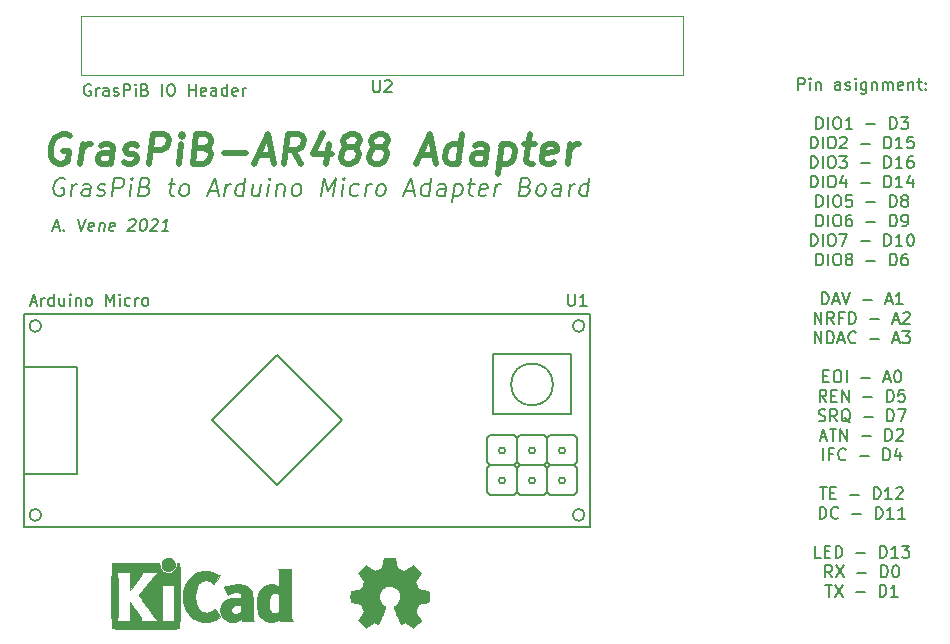
<source format=gbr>
%TF.GenerationSoftware,KiCad,Pcbnew,5.1.10*%
%TF.CreationDate,2021-11-27T11:42:48+01:00*%
%TF.ProjectId,GrasPiB_AR488_Adapter,47726173-5069-4425-9f41-523438385f41,0*%
%TF.SameCoordinates,PX4ce8b88PY2455c20*%
%TF.FileFunction,Legend,Top*%
%TF.FilePolarity,Positive*%
%FSLAX46Y46*%
G04 Gerber Fmt 4.6, Leading zero omitted, Abs format (unit mm)*
G04 Created by KiCad (PCBNEW 5.1.10) date 2021-11-27 11:42:48*
%MOMM*%
%LPD*%
G01*
G04 APERTURE LIST*
%ADD10C,0.150000*%
%ADD11C,0.200000*%
%ADD12C,0.500000*%
%ADD13C,0.010000*%
%ADD14C,0.120000*%
G04 APERTURE END LIST*
D10*
X4579776Y-19216666D02*
X5055967Y-19216666D01*
X4448824Y-19502380D02*
X4907157Y-18502380D01*
X5115491Y-19502380D01*
X5460729Y-19407142D02*
X5502395Y-19454761D01*
X5448824Y-19502380D01*
X5407157Y-19454761D01*
X5460729Y-19407142D01*
X5448824Y-19502380D01*
X6669062Y-18502380D02*
X6877395Y-19502380D01*
X7335729Y-18502380D01*
X7930967Y-19454761D02*
X7829776Y-19502380D01*
X7639300Y-19502380D01*
X7550014Y-19454761D01*
X7514300Y-19359523D01*
X7561919Y-18978571D01*
X7621443Y-18883333D01*
X7722633Y-18835714D01*
X7913110Y-18835714D01*
X8002395Y-18883333D01*
X8038110Y-18978571D01*
X8026205Y-19073809D01*
X7538110Y-19169047D01*
X8484538Y-18835714D02*
X8401205Y-19502380D01*
X8472633Y-18930952D02*
X8526205Y-18883333D01*
X8627395Y-18835714D01*
X8770252Y-18835714D01*
X8859538Y-18883333D01*
X8895252Y-18978571D01*
X8829776Y-19502380D01*
X9692872Y-19454761D02*
X9591681Y-19502380D01*
X9401205Y-19502380D01*
X9311919Y-19454761D01*
X9276205Y-19359523D01*
X9323824Y-18978571D01*
X9383348Y-18883333D01*
X9484538Y-18835714D01*
X9675014Y-18835714D01*
X9764300Y-18883333D01*
X9800014Y-18978571D01*
X9788110Y-19073809D01*
X9300014Y-19169047D01*
X10990491Y-18597619D02*
X11044062Y-18550000D01*
X11145252Y-18502380D01*
X11383348Y-18502380D01*
X11472633Y-18550000D01*
X11514300Y-18597619D01*
X11550014Y-18692857D01*
X11538110Y-18788095D01*
X11472633Y-18930952D01*
X10829776Y-19502380D01*
X11448824Y-19502380D01*
X12192872Y-18502380D02*
X12288110Y-18502380D01*
X12377395Y-18550000D01*
X12419062Y-18597619D01*
X12454776Y-18692857D01*
X12478586Y-18883333D01*
X12448824Y-19121428D01*
X12377395Y-19311904D01*
X12317872Y-19407142D01*
X12264300Y-19454761D01*
X12163110Y-19502380D01*
X12067872Y-19502380D01*
X11978586Y-19454761D01*
X11936919Y-19407142D01*
X11901205Y-19311904D01*
X11877395Y-19121428D01*
X11907157Y-18883333D01*
X11978586Y-18692857D01*
X12038110Y-18597619D01*
X12091681Y-18550000D01*
X12192872Y-18502380D01*
X12895252Y-18597619D02*
X12948824Y-18550000D01*
X13050014Y-18502380D01*
X13288110Y-18502380D01*
X13377395Y-18550000D01*
X13419062Y-18597619D01*
X13454776Y-18692857D01*
X13442872Y-18788095D01*
X13377395Y-18930952D01*
X12734538Y-19502380D01*
X13353586Y-19502380D01*
X14305967Y-19502380D02*
X13734538Y-19502380D01*
X14020252Y-19502380D02*
X14145252Y-18502380D01*
X14032157Y-18645238D01*
X13925014Y-18740476D01*
X13823824Y-18788095D01*
X67620238Y-7577380D02*
X67620238Y-6577380D01*
X68001190Y-6577380D01*
X68096428Y-6625000D01*
X68144047Y-6672619D01*
X68191666Y-6767857D01*
X68191666Y-6910714D01*
X68144047Y-7005952D01*
X68096428Y-7053571D01*
X68001190Y-7101190D01*
X67620238Y-7101190D01*
X68620238Y-7577380D02*
X68620238Y-6910714D01*
X68620238Y-6577380D02*
X68572619Y-6625000D01*
X68620238Y-6672619D01*
X68667857Y-6625000D01*
X68620238Y-6577380D01*
X68620238Y-6672619D01*
X69096428Y-6910714D02*
X69096428Y-7577380D01*
X69096428Y-7005952D02*
X69144047Y-6958333D01*
X69239285Y-6910714D01*
X69382142Y-6910714D01*
X69477380Y-6958333D01*
X69525000Y-7053571D01*
X69525000Y-7577380D01*
X71191666Y-7577380D02*
X71191666Y-7053571D01*
X71144047Y-6958333D01*
X71048809Y-6910714D01*
X70858333Y-6910714D01*
X70763095Y-6958333D01*
X71191666Y-7529761D02*
X71096428Y-7577380D01*
X70858333Y-7577380D01*
X70763095Y-7529761D01*
X70715476Y-7434523D01*
X70715476Y-7339285D01*
X70763095Y-7244047D01*
X70858333Y-7196428D01*
X71096428Y-7196428D01*
X71191666Y-7148809D01*
X71620238Y-7529761D02*
X71715476Y-7577380D01*
X71905952Y-7577380D01*
X72001190Y-7529761D01*
X72048809Y-7434523D01*
X72048809Y-7386904D01*
X72001190Y-7291666D01*
X71905952Y-7244047D01*
X71763095Y-7244047D01*
X71667857Y-7196428D01*
X71620238Y-7101190D01*
X71620238Y-7053571D01*
X71667857Y-6958333D01*
X71763095Y-6910714D01*
X71905952Y-6910714D01*
X72001190Y-6958333D01*
X72477380Y-7577380D02*
X72477380Y-6910714D01*
X72477380Y-6577380D02*
X72429761Y-6625000D01*
X72477380Y-6672619D01*
X72525000Y-6625000D01*
X72477380Y-6577380D01*
X72477380Y-6672619D01*
X73382142Y-6910714D02*
X73382142Y-7720238D01*
X73334523Y-7815476D01*
X73286904Y-7863095D01*
X73191666Y-7910714D01*
X73048809Y-7910714D01*
X72953571Y-7863095D01*
X73382142Y-7529761D02*
X73286904Y-7577380D01*
X73096428Y-7577380D01*
X73001190Y-7529761D01*
X72953571Y-7482142D01*
X72905952Y-7386904D01*
X72905952Y-7101190D01*
X72953571Y-7005952D01*
X73001190Y-6958333D01*
X73096428Y-6910714D01*
X73286904Y-6910714D01*
X73382142Y-6958333D01*
X73858333Y-6910714D02*
X73858333Y-7577380D01*
X73858333Y-7005952D02*
X73905952Y-6958333D01*
X74001190Y-6910714D01*
X74144047Y-6910714D01*
X74239285Y-6958333D01*
X74286904Y-7053571D01*
X74286904Y-7577380D01*
X74763095Y-7577380D02*
X74763095Y-6910714D01*
X74763095Y-7005952D02*
X74810714Y-6958333D01*
X74905952Y-6910714D01*
X75048809Y-6910714D01*
X75144047Y-6958333D01*
X75191666Y-7053571D01*
X75191666Y-7577380D01*
X75191666Y-7053571D02*
X75239285Y-6958333D01*
X75334523Y-6910714D01*
X75477380Y-6910714D01*
X75572619Y-6958333D01*
X75620238Y-7053571D01*
X75620238Y-7577380D01*
X76477380Y-7529761D02*
X76382142Y-7577380D01*
X76191666Y-7577380D01*
X76096428Y-7529761D01*
X76048809Y-7434523D01*
X76048809Y-7053571D01*
X76096428Y-6958333D01*
X76191666Y-6910714D01*
X76382142Y-6910714D01*
X76477380Y-6958333D01*
X76525000Y-7053571D01*
X76525000Y-7148809D01*
X76048809Y-7244047D01*
X76953571Y-6910714D02*
X76953571Y-7577380D01*
X76953571Y-7005952D02*
X77001190Y-6958333D01*
X77096428Y-6910714D01*
X77239285Y-6910714D01*
X77334523Y-6958333D01*
X77382142Y-7053571D01*
X77382142Y-7577380D01*
X77715476Y-6910714D02*
X78096428Y-6910714D01*
X77858333Y-6577380D02*
X77858333Y-7434523D01*
X77905952Y-7529761D01*
X78001190Y-7577380D01*
X78096428Y-7577380D01*
X78429761Y-7482142D02*
X78477380Y-7529761D01*
X78429761Y-7577380D01*
X78382142Y-7529761D01*
X78429761Y-7482142D01*
X78429761Y-7577380D01*
X78429761Y-6958333D02*
X78477380Y-7005952D01*
X78429761Y-7053571D01*
X78382142Y-7005952D01*
X78429761Y-6958333D01*
X78429761Y-7053571D01*
X69167857Y-10877380D02*
X69167857Y-9877380D01*
X69405952Y-9877380D01*
X69548809Y-9925000D01*
X69644047Y-10020238D01*
X69691666Y-10115476D01*
X69739285Y-10305952D01*
X69739285Y-10448809D01*
X69691666Y-10639285D01*
X69644047Y-10734523D01*
X69548809Y-10829761D01*
X69405952Y-10877380D01*
X69167857Y-10877380D01*
X70167857Y-10877380D02*
X70167857Y-9877380D01*
X70834523Y-9877380D02*
X71025000Y-9877380D01*
X71120238Y-9925000D01*
X71215476Y-10020238D01*
X71263095Y-10210714D01*
X71263095Y-10544047D01*
X71215476Y-10734523D01*
X71120238Y-10829761D01*
X71025000Y-10877380D01*
X70834523Y-10877380D01*
X70739285Y-10829761D01*
X70644047Y-10734523D01*
X70596428Y-10544047D01*
X70596428Y-10210714D01*
X70644047Y-10020238D01*
X70739285Y-9925000D01*
X70834523Y-9877380D01*
X72215476Y-10877380D02*
X71644047Y-10877380D01*
X71929761Y-10877380D02*
X71929761Y-9877380D01*
X71834523Y-10020238D01*
X71739285Y-10115476D01*
X71644047Y-10163095D01*
X73405952Y-10496428D02*
X74167857Y-10496428D01*
X75405952Y-10877380D02*
X75405952Y-9877380D01*
X75644047Y-9877380D01*
X75786904Y-9925000D01*
X75882142Y-10020238D01*
X75929761Y-10115476D01*
X75977380Y-10305952D01*
X75977380Y-10448809D01*
X75929761Y-10639285D01*
X75882142Y-10734523D01*
X75786904Y-10829761D01*
X75644047Y-10877380D01*
X75405952Y-10877380D01*
X76310714Y-9877380D02*
X76929761Y-9877380D01*
X76596428Y-10258333D01*
X76739285Y-10258333D01*
X76834523Y-10305952D01*
X76882142Y-10353571D01*
X76929761Y-10448809D01*
X76929761Y-10686904D01*
X76882142Y-10782142D01*
X76834523Y-10829761D01*
X76739285Y-10877380D01*
X76453571Y-10877380D01*
X76358333Y-10829761D01*
X76310714Y-10782142D01*
X68691666Y-12527380D02*
X68691666Y-11527380D01*
X68929761Y-11527380D01*
X69072619Y-11575000D01*
X69167857Y-11670238D01*
X69215476Y-11765476D01*
X69263095Y-11955952D01*
X69263095Y-12098809D01*
X69215476Y-12289285D01*
X69167857Y-12384523D01*
X69072619Y-12479761D01*
X68929761Y-12527380D01*
X68691666Y-12527380D01*
X69691666Y-12527380D02*
X69691666Y-11527380D01*
X70358333Y-11527380D02*
X70548809Y-11527380D01*
X70644047Y-11575000D01*
X70739285Y-11670238D01*
X70786904Y-11860714D01*
X70786904Y-12194047D01*
X70739285Y-12384523D01*
X70644047Y-12479761D01*
X70548809Y-12527380D01*
X70358333Y-12527380D01*
X70263095Y-12479761D01*
X70167857Y-12384523D01*
X70120238Y-12194047D01*
X70120238Y-11860714D01*
X70167857Y-11670238D01*
X70263095Y-11575000D01*
X70358333Y-11527380D01*
X71167857Y-11622619D02*
X71215476Y-11575000D01*
X71310714Y-11527380D01*
X71548809Y-11527380D01*
X71644047Y-11575000D01*
X71691666Y-11622619D01*
X71739285Y-11717857D01*
X71739285Y-11813095D01*
X71691666Y-11955952D01*
X71120238Y-12527380D01*
X71739285Y-12527380D01*
X72929761Y-12146428D02*
X73691666Y-12146428D01*
X74929761Y-12527380D02*
X74929761Y-11527380D01*
X75167857Y-11527380D01*
X75310714Y-11575000D01*
X75405952Y-11670238D01*
X75453571Y-11765476D01*
X75501190Y-11955952D01*
X75501190Y-12098809D01*
X75453571Y-12289285D01*
X75405952Y-12384523D01*
X75310714Y-12479761D01*
X75167857Y-12527380D01*
X74929761Y-12527380D01*
X76453571Y-12527380D02*
X75882142Y-12527380D01*
X76167857Y-12527380D02*
X76167857Y-11527380D01*
X76072619Y-11670238D01*
X75977380Y-11765476D01*
X75882142Y-11813095D01*
X77358333Y-11527380D02*
X76882142Y-11527380D01*
X76834523Y-12003571D01*
X76882142Y-11955952D01*
X76977380Y-11908333D01*
X77215476Y-11908333D01*
X77310714Y-11955952D01*
X77358333Y-12003571D01*
X77405952Y-12098809D01*
X77405952Y-12336904D01*
X77358333Y-12432142D01*
X77310714Y-12479761D01*
X77215476Y-12527380D01*
X76977380Y-12527380D01*
X76882142Y-12479761D01*
X76834523Y-12432142D01*
X68691666Y-14177380D02*
X68691666Y-13177380D01*
X68929761Y-13177380D01*
X69072619Y-13225000D01*
X69167857Y-13320238D01*
X69215476Y-13415476D01*
X69263095Y-13605952D01*
X69263095Y-13748809D01*
X69215476Y-13939285D01*
X69167857Y-14034523D01*
X69072619Y-14129761D01*
X68929761Y-14177380D01*
X68691666Y-14177380D01*
X69691666Y-14177380D02*
X69691666Y-13177380D01*
X70358333Y-13177380D02*
X70548809Y-13177380D01*
X70644047Y-13225000D01*
X70739285Y-13320238D01*
X70786904Y-13510714D01*
X70786904Y-13844047D01*
X70739285Y-14034523D01*
X70644047Y-14129761D01*
X70548809Y-14177380D01*
X70358333Y-14177380D01*
X70263095Y-14129761D01*
X70167857Y-14034523D01*
X70120238Y-13844047D01*
X70120238Y-13510714D01*
X70167857Y-13320238D01*
X70263095Y-13225000D01*
X70358333Y-13177380D01*
X71120238Y-13177380D02*
X71739285Y-13177380D01*
X71405952Y-13558333D01*
X71548809Y-13558333D01*
X71644047Y-13605952D01*
X71691666Y-13653571D01*
X71739285Y-13748809D01*
X71739285Y-13986904D01*
X71691666Y-14082142D01*
X71644047Y-14129761D01*
X71548809Y-14177380D01*
X71263095Y-14177380D01*
X71167857Y-14129761D01*
X71120238Y-14082142D01*
X72929761Y-13796428D02*
X73691666Y-13796428D01*
X74929761Y-14177380D02*
X74929761Y-13177380D01*
X75167857Y-13177380D01*
X75310714Y-13225000D01*
X75405952Y-13320238D01*
X75453571Y-13415476D01*
X75501190Y-13605952D01*
X75501190Y-13748809D01*
X75453571Y-13939285D01*
X75405952Y-14034523D01*
X75310714Y-14129761D01*
X75167857Y-14177380D01*
X74929761Y-14177380D01*
X76453571Y-14177380D02*
X75882142Y-14177380D01*
X76167857Y-14177380D02*
X76167857Y-13177380D01*
X76072619Y-13320238D01*
X75977380Y-13415476D01*
X75882142Y-13463095D01*
X77310714Y-13177380D02*
X77120238Y-13177380D01*
X77025000Y-13225000D01*
X76977380Y-13272619D01*
X76882142Y-13415476D01*
X76834523Y-13605952D01*
X76834523Y-13986904D01*
X76882142Y-14082142D01*
X76929761Y-14129761D01*
X77025000Y-14177380D01*
X77215476Y-14177380D01*
X77310714Y-14129761D01*
X77358333Y-14082142D01*
X77405952Y-13986904D01*
X77405952Y-13748809D01*
X77358333Y-13653571D01*
X77310714Y-13605952D01*
X77215476Y-13558333D01*
X77025000Y-13558333D01*
X76929761Y-13605952D01*
X76882142Y-13653571D01*
X76834523Y-13748809D01*
X68691666Y-15827380D02*
X68691666Y-14827380D01*
X68929761Y-14827380D01*
X69072619Y-14875000D01*
X69167857Y-14970238D01*
X69215476Y-15065476D01*
X69263095Y-15255952D01*
X69263095Y-15398809D01*
X69215476Y-15589285D01*
X69167857Y-15684523D01*
X69072619Y-15779761D01*
X68929761Y-15827380D01*
X68691666Y-15827380D01*
X69691666Y-15827380D02*
X69691666Y-14827380D01*
X70358333Y-14827380D02*
X70548809Y-14827380D01*
X70644047Y-14875000D01*
X70739285Y-14970238D01*
X70786904Y-15160714D01*
X70786904Y-15494047D01*
X70739285Y-15684523D01*
X70644047Y-15779761D01*
X70548809Y-15827380D01*
X70358333Y-15827380D01*
X70263095Y-15779761D01*
X70167857Y-15684523D01*
X70120238Y-15494047D01*
X70120238Y-15160714D01*
X70167857Y-14970238D01*
X70263095Y-14875000D01*
X70358333Y-14827380D01*
X71644047Y-15160714D02*
X71644047Y-15827380D01*
X71405952Y-14779761D02*
X71167857Y-15494047D01*
X71786904Y-15494047D01*
X72929761Y-15446428D02*
X73691666Y-15446428D01*
X74929761Y-15827380D02*
X74929761Y-14827380D01*
X75167857Y-14827380D01*
X75310714Y-14875000D01*
X75405952Y-14970238D01*
X75453571Y-15065476D01*
X75501190Y-15255952D01*
X75501190Y-15398809D01*
X75453571Y-15589285D01*
X75405952Y-15684523D01*
X75310714Y-15779761D01*
X75167857Y-15827380D01*
X74929761Y-15827380D01*
X76453571Y-15827380D02*
X75882142Y-15827380D01*
X76167857Y-15827380D02*
X76167857Y-14827380D01*
X76072619Y-14970238D01*
X75977380Y-15065476D01*
X75882142Y-15113095D01*
X77310714Y-15160714D02*
X77310714Y-15827380D01*
X77072619Y-14779761D02*
X76834523Y-15494047D01*
X77453571Y-15494047D01*
X69167857Y-17477380D02*
X69167857Y-16477380D01*
X69405952Y-16477380D01*
X69548809Y-16525000D01*
X69644047Y-16620238D01*
X69691666Y-16715476D01*
X69739285Y-16905952D01*
X69739285Y-17048809D01*
X69691666Y-17239285D01*
X69644047Y-17334523D01*
X69548809Y-17429761D01*
X69405952Y-17477380D01*
X69167857Y-17477380D01*
X70167857Y-17477380D02*
X70167857Y-16477380D01*
X70834523Y-16477380D02*
X71025000Y-16477380D01*
X71120238Y-16525000D01*
X71215476Y-16620238D01*
X71263095Y-16810714D01*
X71263095Y-17144047D01*
X71215476Y-17334523D01*
X71120238Y-17429761D01*
X71025000Y-17477380D01*
X70834523Y-17477380D01*
X70739285Y-17429761D01*
X70644047Y-17334523D01*
X70596428Y-17144047D01*
X70596428Y-16810714D01*
X70644047Y-16620238D01*
X70739285Y-16525000D01*
X70834523Y-16477380D01*
X72167857Y-16477380D02*
X71691666Y-16477380D01*
X71644047Y-16953571D01*
X71691666Y-16905952D01*
X71786904Y-16858333D01*
X72025000Y-16858333D01*
X72120238Y-16905952D01*
X72167857Y-16953571D01*
X72215476Y-17048809D01*
X72215476Y-17286904D01*
X72167857Y-17382142D01*
X72120238Y-17429761D01*
X72025000Y-17477380D01*
X71786904Y-17477380D01*
X71691666Y-17429761D01*
X71644047Y-17382142D01*
X73405952Y-17096428D02*
X74167857Y-17096428D01*
X75405952Y-17477380D02*
X75405952Y-16477380D01*
X75644047Y-16477380D01*
X75786904Y-16525000D01*
X75882142Y-16620238D01*
X75929761Y-16715476D01*
X75977380Y-16905952D01*
X75977380Y-17048809D01*
X75929761Y-17239285D01*
X75882142Y-17334523D01*
X75786904Y-17429761D01*
X75644047Y-17477380D01*
X75405952Y-17477380D01*
X76548809Y-16905952D02*
X76453571Y-16858333D01*
X76405952Y-16810714D01*
X76358333Y-16715476D01*
X76358333Y-16667857D01*
X76405952Y-16572619D01*
X76453571Y-16525000D01*
X76548809Y-16477380D01*
X76739285Y-16477380D01*
X76834523Y-16525000D01*
X76882142Y-16572619D01*
X76929761Y-16667857D01*
X76929761Y-16715476D01*
X76882142Y-16810714D01*
X76834523Y-16858333D01*
X76739285Y-16905952D01*
X76548809Y-16905952D01*
X76453571Y-16953571D01*
X76405952Y-17001190D01*
X76358333Y-17096428D01*
X76358333Y-17286904D01*
X76405952Y-17382142D01*
X76453571Y-17429761D01*
X76548809Y-17477380D01*
X76739285Y-17477380D01*
X76834523Y-17429761D01*
X76882142Y-17382142D01*
X76929761Y-17286904D01*
X76929761Y-17096428D01*
X76882142Y-17001190D01*
X76834523Y-16953571D01*
X76739285Y-16905952D01*
X69167857Y-19127380D02*
X69167857Y-18127380D01*
X69405952Y-18127380D01*
X69548809Y-18175000D01*
X69644047Y-18270238D01*
X69691666Y-18365476D01*
X69739285Y-18555952D01*
X69739285Y-18698809D01*
X69691666Y-18889285D01*
X69644047Y-18984523D01*
X69548809Y-19079761D01*
X69405952Y-19127380D01*
X69167857Y-19127380D01*
X70167857Y-19127380D02*
X70167857Y-18127380D01*
X70834523Y-18127380D02*
X71025000Y-18127380D01*
X71120238Y-18175000D01*
X71215476Y-18270238D01*
X71263095Y-18460714D01*
X71263095Y-18794047D01*
X71215476Y-18984523D01*
X71120238Y-19079761D01*
X71025000Y-19127380D01*
X70834523Y-19127380D01*
X70739285Y-19079761D01*
X70644047Y-18984523D01*
X70596428Y-18794047D01*
X70596428Y-18460714D01*
X70644047Y-18270238D01*
X70739285Y-18175000D01*
X70834523Y-18127380D01*
X72120238Y-18127380D02*
X71929761Y-18127380D01*
X71834523Y-18175000D01*
X71786904Y-18222619D01*
X71691666Y-18365476D01*
X71644047Y-18555952D01*
X71644047Y-18936904D01*
X71691666Y-19032142D01*
X71739285Y-19079761D01*
X71834523Y-19127380D01*
X72025000Y-19127380D01*
X72120238Y-19079761D01*
X72167857Y-19032142D01*
X72215476Y-18936904D01*
X72215476Y-18698809D01*
X72167857Y-18603571D01*
X72120238Y-18555952D01*
X72025000Y-18508333D01*
X71834523Y-18508333D01*
X71739285Y-18555952D01*
X71691666Y-18603571D01*
X71644047Y-18698809D01*
X73405952Y-18746428D02*
X74167857Y-18746428D01*
X75405952Y-19127380D02*
X75405952Y-18127380D01*
X75644047Y-18127380D01*
X75786904Y-18175000D01*
X75882142Y-18270238D01*
X75929761Y-18365476D01*
X75977380Y-18555952D01*
X75977380Y-18698809D01*
X75929761Y-18889285D01*
X75882142Y-18984523D01*
X75786904Y-19079761D01*
X75644047Y-19127380D01*
X75405952Y-19127380D01*
X76453571Y-19127380D02*
X76644047Y-19127380D01*
X76739285Y-19079761D01*
X76786904Y-19032142D01*
X76882142Y-18889285D01*
X76929761Y-18698809D01*
X76929761Y-18317857D01*
X76882142Y-18222619D01*
X76834523Y-18175000D01*
X76739285Y-18127380D01*
X76548809Y-18127380D01*
X76453571Y-18175000D01*
X76405952Y-18222619D01*
X76358333Y-18317857D01*
X76358333Y-18555952D01*
X76405952Y-18651190D01*
X76453571Y-18698809D01*
X76548809Y-18746428D01*
X76739285Y-18746428D01*
X76834523Y-18698809D01*
X76882142Y-18651190D01*
X76929761Y-18555952D01*
X68691666Y-20777380D02*
X68691666Y-19777380D01*
X68929761Y-19777380D01*
X69072619Y-19825000D01*
X69167857Y-19920238D01*
X69215476Y-20015476D01*
X69263095Y-20205952D01*
X69263095Y-20348809D01*
X69215476Y-20539285D01*
X69167857Y-20634523D01*
X69072619Y-20729761D01*
X68929761Y-20777380D01*
X68691666Y-20777380D01*
X69691666Y-20777380D02*
X69691666Y-19777380D01*
X70358333Y-19777380D02*
X70548809Y-19777380D01*
X70644047Y-19825000D01*
X70739285Y-19920238D01*
X70786904Y-20110714D01*
X70786904Y-20444047D01*
X70739285Y-20634523D01*
X70644047Y-20729761D01*
X70548809Y-20777380D01*
X70358333Y-20777380D01*
X70263095Y-20729761D01*
X70167857Y-20634523D01*
X70120238Y-20444047D01*
X70120238Y-20110714D01*
X70167857Y-19920238D01*
X70263095Y-19825000D01*
X70358333Y-19777380D01*
X71120238Y-19777380D02*
X71786904Y-19777380D01*
X71358333Y-20777380D01*
X72929761Y-20396428D02*
X73691666Y-20396428D01*
X74929761Y-20777380D02*
X74929761Y-19777380D01*
X75167857Y-19777380D01*
X75310714Y-19825000D01*
X75405952Y-19920238D01*
X75453571Y-20015476D01*
X75501190Y-20205952D01*
X75501190Y-20348809D01*
X75453571Y-20539285D01*
X75405952Y-20634523D01*
X75310714Y-20729761D01*
X75167857Y-20777380D01*
X74929761Y-20777380D01*
X76453571Y-20777380D02*
X75882142Y-20777380D01*
X76167857Y-20777380D02*
X76167857Y-19777380D01*
X76072619Y-19920238D01*
X75977380Y-20015476D01*
X75882142Y-20063095D01*
X77072619Y-19777380D02*
X77167857Y-19777380D01*
X77263095Y-19825000D01*
X77310714Y-19872619D01*
X77358333Y-19967857D01*
X77405952Y-20158333D01*
X77405952Y-20396428D01*
X77358333Y-20586904D01*
X77310714Y-20682142D01*
X77263095Y-20729761D01*
X77167857Y-20777380D01*
X77072619Y-20777380D01*
X76977380Y-20729761D01*
X76929761Y-20682142D01*
X76882142Y-20586904D01*
X76834523Y-20396428D01*
X76834523Y-20158333D01*
X76882142Y-19967857D01*
X76929761Y-19872619D01*
X76977380Y-19825000D01*
X77072619Y-19777380D01*
X69167857Y-22427380D02*
X69167857Y-21427380D01*
X69405952Y-21427380D01*
X69548809Y-21475000D01*
X69644047Y-21570238D01*
X69691666Y-21665476D01*
X69739285Y-21855952D01*
X69739285Y-21998809D01*
X69691666Y-22189285D01*
X69644047Y-22284523D01*
X69548809Y-22379761D01*
X69405952Y-22427380D01*
X69167857Y-22427380D01*
X70167857Y-22427380D02*
X70167857Y-21427380D01*
X70834523Y-21427380D02*
X71025000Y-21427380D01*
X71120238Y-21475000D01*
X71215476Y-21570238D01*
X71263095Y-21760714D01*
X71263095Y-22094047D01*
X71215476Y-22284523D01*
X71120238Y-22379761D01*
X71025000Y-22427380D01*
X70834523Y-22427380D01*
X70739285Y-22379761D01*
X70644047Y-22284523D01*
X70596428Y-22094047D01*
X70596428Y-21760714D01*
X70644047Y-21570238D01*
X70739285Y-21475000D01*
X70834523Y-21427380D01*
X71834523Y-21855952D02*
X71739285Y-21808333D01*
X71691666Y-21760714D01*
X71644047Y-21665476D01*
X71644047Y-21617857D01*
X71691666Y-21522619D01*
X71739285Y-21475000D01*
X71834523Y-21427380D01*
X72025000Y-21427380D01*
X72120238Y-21475000D01*
X72167857Y-21522619D01*
X72215476Y-21617857D01*
X72215476Y-21665476D01*
X72167857Y-21760714D01*
X72120238Y-21808333D01*
X72025000Y-21855952D01*
X71834523Y-21855952D01*
X71739285Y-21903571D01*
X71691666Y-21951190D01*
X71644047Y-22046428D01*
X71644047Y-22236904D01*
X71691666Y-22332142D01*
X71739285Y-22379761D01*
X71834523Y-22427380D01*
X72025000Y-22427380D01*
X72120238Y-22379761D01*
X72167857Y-22332142D01*
X72215476Y-22236904D01*
X72215476Y-22046428D01*
X72167857Y-21951190D01*
X72120238Y-21903571D01*
X72025000Y-21855952D01*
X73405952Y-22046428D02*
X74167857Y-22046428D01*
X75405952Y-22427380D02*
X75405952Y-21427380D01*
X75644047Y-21427380D01*
X75786904Y-21475000D01*
X75882142Y-21570238D01*
X75929761Y-21665476D01*
X75977380Y-21855952D01*
X75977380Y-21998809D01*
X75929761Y-22189285D01*
X75882142Y-22284523D01*
X75786904Y-22379761D01*
X75644047Y-22427380D01*
X75405952Y-22427380D01*
X76834523Y-21427380D02*
X76644047Y-21427380D01*
X76548809Y-21475000D01*
X76501190Y-21522619D01*
X76405952Y-21665476D01*
X76358333Y-21855952D01*
X76358333Y-22236904D01*
X76405952Y-22332142D01*
X76453571Y-22379761D01*
X76548809Y-22427380D01*
X76739285Y-22427380D01*
X76834523Y-22379761D01*
X76882142Y-22332142D01*
X76929761Y-22236904D01*
X76929761Y-21998809D01*
X76882142Y-21903571D01*
X76834523Y-21855952D01*
X76739285Y-21808333D01*
X76548809Y-21808333D01*
X76453571Y-21855952D01*
X76405952Y-21903571D01*
X76358333Y-21998809D01*
X69620238Y-25727380D02*
X69620238Y-24727380D01*
X69858333Y-24727380D01*
X70001190Y-24775000D01*
X70096428Y-24870238D01*
X70144047Y-24965476D01*
X70191666Y-25155952D01*
X70191666Y-25298809D01*
X70144047Y-25489285D01*
X70096428Y-25584523D01*
X70001190Y-25679761D01*
X69858333Y-25727380D01*
X69620238Y-25727380D01*
X70572619Y-25441666D02*
X71048809Y-25441666D01*
X70477380Y-25727380D02*
X70810714Y-24727380D01*
X71144047Y-25727380D01*
X71334523Y-24727380D02*
X71667857Y-25727380D01*
X72001190Y-24727380D01*
X73096428Y-25346428D02*
X73858333Y-25346428D01*
X75048809Y-25441666D02*
X75525000Y-25441666D01*
X74953571Y-25727380D02*
X75286904Y-24727380D01*
X75620238Y-25727380D01*
X76477380Y-25727380D02*
X75905952Y-25727380D01*
X76191666Y-25727380D02*
X76191666Y-24727380D01*
X76096428Y-24870238D01*
X76001190Y-24965476D01*
X75905952Y-25013095D01*
X69025000Y-27377380D02*
X69025000Y-26377380D01*
X69596428Y-27377380D01*
X69596428Y-26377380D01*
X70644047Y-27377380D02*
X70310714Y-26901190D01*
X70072619Y-27377380D02*
X70072619Y-26377380D01*
X70453571Y-26377380D01*
X70548809Y-26425000D01*
X70596428Y-26472619D01*
X70644047Y-26567857D01*
X70644047Y-26710714D01*
X70596428Y-26805952D01*
X70548809Y-26853571D01*
X70453571Y-26901190D01*
X70072619Y-26901190D01*
X71405952Y-26853571D02*
X71072619Y-26853571D01*
X71072619Y-27377380D02*
X71072619Y-26377380D01*
X71548809Y-26377380D01*
X71929761Y-27377380D02*
X71929761Y-26377380D01*
X72167857Y-26377380D01*
X72310714Y-26425000D01*
X72405952Y-26520238D01*
X72453571Y-26615476D01*
X72501190Y-26805952D01*
X72501190Y-26948809D01*
X72453571Y-27139285D01*
X72405952Y-27234523D01*
X72310714Y-27329761D01*
X72167857Y-27377380D01*
X71929761Y-27377380D01*
X73691666Y-26996428D02*
X74453571Y-26996428D01*
X75644047Y-27091666D02*
X76120238Y-27091666D01*
X75548809Y-27377380D02*
X75882142Y-26377380D01*
X76215476Y-27377380D01*
X76501190Y-26472619D02*
X76548809Y-26425000D01*
X76644047Y-26377380D01*
X76882142Y-26377380D01*
X76977380Y-26425000D01*
X77025000Y-26472619D01*
X77072619Y-26567857D01*
X77072619Y-26663095D01*
X77025000Y-26805952D01*
X76453571Y-27377380D01*
X77072619Y-27377380D01*
X69025000Y-29027380D02*
X69025000Y-28027380D01*
X69596428Y-29027380D01*
X69596428Y-28027380D01*
X70072619Y-29027380D02*
X70072619Y-28027380D01*
X70310714Y-28027380D01*
X70453571Y-28075000D01*
X70548809Y-28170238D01*
X70596428Y-28265476D01*
X70644047Y-28455952D01*
X70644047Y-28598809D01*
X70596428Y-28789285D01*
X70548809Y-28884523D01*
X70453571Y-28979761D01*
X70310714Y-29027380D01*
X70072619Y-29027380D01*
X71025000Y-28741666D02*
X71501190Y-28741666D01*
X70929761Y-29027380D02*
X71263095Y-28027380D01*
X71596428Y-29027380D01*
X72501190Y-28932142D02*
X72453571Y-28979761D01*
X72310714Y-29027380D01*
X72215476Y-29027380D01*
X72072619Y-28979761D01*
X71977380Y-28884523D01*
X71929761Y-28789285D01*
X71882142Y-28598809D01*
X71882142Y-28455952D01*
X71929761Y-28265476D01*
X71977380Y-28170238D01*
X72072619Y-28075000D01*
X72215476Y-28027380D01*
X72310714Y-28027380D01*
X72453571Y-28075000D01*
X72501190Y-28122619D01*
X73691666Y-28646428D02*
X74453571Y-28646428D01*
X75644047Y-28741666D02*
X76120238Y-28741666D01*
X75548809Y-29027380D02*
X75882142Y-28027380D01*
X76215476Y-29027380D01*
X76453571Y-28027380D02*
X77072619Y-28027380D01*
X76739285Y-28408333D01*
X76882142Y-28408333D01*
X76977380Y-28455952D01*
X77025000Y-28503571D01*
X77072619Y-28598809D01*
X77072619Y-28836904D01*
X77025000Y-28932142D01*
X76977380Y-28979761D01*
X76882142Y-29027380D01*
X76596428Y-29027380D01*
X76501190Y-28979761D01*
X76453571Y-28932142D01*
X69763095Y-31803571D02*
X70096428Y-31803571D01*
X70239285Y-32327380D02*
X69763095Y-32327380D01*
X69763095Y-31327380D01*
X70239285Y-31327380D01*
X70858333Y-31327380D02*
X71048809Y-31327380D01*
X71144047Y-31375000D01*
X71239285Y-31470238D01*
X71286904Y-31660714D01*
X71286904Y-31994047D01*
X71239285Y-32184523D01*
X71144047Y-32279761D01*
X71048809Y-32327380D01*
X70858333Y-32327380D01*
X70763095Y-32279761D01*
X70667857Y-32184523D01*
X70620238Y-31994047D01*
X70620238Y-31660714D01*
X70667857Y-31470238D01*
X70763095Y-31375000D01*
X70858333Y-31327380D01*
X71715476Y-32327380D02*
X71715476Y-31327380D01*
X72953571Y-31946428D02*
X73715476Y-31946428D01*
X74905952Y-32041666D02*
X75382142Y-32041666D01*
X74810714Y-32327380D02*
X75144047Y-31327380D01*
X75477380Y-32327380D01*
X76001190Y-31327380D02*
X76096428Y-31327380D01*
X76191666Y-31375000D01*
X76239285Y-31422619D01*
X76286904Y-31517857D01*
X76334523Y-31708333D01*
X76334523Y-31946428D01*
X76286904Y-32136904D01*
X76239285Y-32232142D01*
X76191666Y-32279761D01*
X76096428Y-32327380D01*
X76001190Y-32327380D01*
X75905952Y-32279761D01*
X75858333Y-32232142D01*
X75810714Y-32136904D01*
X75763095Y-31946428D01*
X75763095Y-31708333D01*
X75810714Y-31517857D01*
X75858333Y-31422619D01*
X75905952Y-31375000D01*
X76001190Y-31327380D01*
X70001190Y-33977380D02*
X69667857Y-33501190D01*
X69429761Y-33977380D02*
X69429761Y-32977380D01*
X69810714Y-32977380D01*
X69905952Y-33025000D01*
X69953571Y-33072619D01*
X70001190Y-33167857D01*
X70001190Y-33310714D01*
X69953571Y-33405952D01*
X69905952Y-33453571D01*
X69810714Y-33501190D01*
X69429761Y-33501190D01*
X70429761Y-33453571D02*
X70763095Y-33453571D01*
X70905952Y-33977380D02*
X70429761Y-33977380D01*
X70429761Y-32977380D01*
X70905952Y-32977380D01*
X71334523Y-33977380D02*
X71334523Y-32977380D01*
X71905952Y-33977380D01*
X71905952Y-32977380D01*
X73144047Y-33596428D02*
X73905952Y-33596428D01*
X75144047Y-33977380D02*
X75144047Y-32977380D01*
X75382142Y-32977380D01*
X75525000Y-33025000D01*
X75620238Y-33120238D01*
X75667857Y-33215476D01*
X75715476Y-33405952D01*
X75715476Y-33548809D01*
X75667857Y-33739285D01*
X75620238Y-33834523D01*
X75525000Y-33929761D01*
X75382142Y-33977380D01*
X75144047Y-33977380D01*
X76620238Y-32977380D02*
X76144047Y-32977380D01*
X76096428Y-33453571D01*
X76144047Y-33405952D01*
X76239285Y-33358333D01*
X76477380Y-33358333D01*
X76572619Y-33405952D01*
X76620238Y-33453571D01*
X76667857Y-33548809D01*
X76667857Y-33786904D01*
X76620238Y-33882142D01*
X76572619Y-33929761D01*
X76477380Y-33977380D01*
X76239285Y-33977380D01*
X76144047Y-33929761D01*
X76096428Y-33882142D01*
X69358333Y-35579761D02*
X69501190Y-35627380D01*
X69739285Y-35627380D01*
X69834523Y-35579761D01*
X69882142Y-35532142D01*
X69929761Y-35436904D01*
X69929761Y-35341666D01*
X69882142Y-35246428D01*
X69834523Y-35198809D01*
X69739285Y-35151190D01*
X69548809Y-35103571D01*
X69453571Y-35055952D01*
X69405952Y-35008333D01*
X69358333Y-34913095D01*
X69358333Y-34817857D01*
X69405952Y-34722619D01*
X69453571Y-34675000D01*
X69548809Y-34627380D01*
X69786904Y-34627380D01*
X69929761Y-34675000D01*
X70929761Y-35627380D02*
X70596428Y-35151190D01*
X70358333Y-35627380D02*
X70358333Y-34627380D01*
X70739285Y-34627380D01*
X70834523Y-34675000D01*
X70882142Y-34722619D01*
X70929761Y-34817857D01*
X70929761Y-34960714D01*
X70882142Y-35055952D01*
X70834523Y-35103571D01*
X70739285Y-35151190D01*
X70358333Y-35151190D01*
X72025000Y-35722619D02*
X71929761Y-35675000D01*
X71834523Y-35579761D01*
X71691666Y-35436904D01*
X71596428Y-35389285D01*
X71501190Y-35389285D01*
X71548809Y-35627380D02*
X71453571Y-35579761D01*
X71358333Y-35484523D01*
X71310714Y-35294047D01*
X71310714Y-34960714D01*
X71358333Y-34770238D01*
X71453571Y-34675000D01*
X71548809Y-34627380D01*
X71739285Y-34627380D01*
X71834523Y-34675000D01*
X71929761Y-34770238D01*
X71977380Y-34960714D01*
X71977380Y-35294047D01*
X71929761Y-35484523D01*
X71834523Y-35579761D01*
X71739285Y-35627380D01*
X71548809Y-35627380D01*
X73167857Y-35246428D02*
X73929761Y-35246428D01*
X75167857Y-35627380D02*
X75167857Y-34627380D01*
X75405952Y-34627380D01*
X75548809Y-34675000D01*
X75644047Y-34770238D01*
X75691666Y-34865476D01*
X75739285Y-35055952D01*
X75739285Y-35198809D01*
X75691666Y-35389285D01*
X75644047Y-35484523D01*
X75548809Y-35579761D01*
X75405952Y-35627380D01*
X75167857Y-35627380D01*
X76072619Y-34627380D02*
X76739285Y-34627380D01*
X76310714Y-35627380D01*
X69525000Y-36991666D02*
X70001190Y-36991666D01*
X69429761Y-37277380D02*
X69763095Y-36277380D01*
X70096428Y-37277380D01*
X70286904Y-36277380D02*
X70858333Y-36277380D01*
X70572619Y-37277380D02*
X70572619Y-36277380D01*
X71191666Y-37277380D02*
X71191666Y-36277380D01*
X71763095Y-37277380D01*
X71763095Y-36277380D01*
X73001190Y-36896428D02*
X73763095Y-36896428D01*
X75001190Y-37277380D02*
X75001190Y-36277380D01*
X75239285Y-36277380D01*
X75382142Y-36325000D01*
X75477380Y-36420238D01*
X75525000Y-36515476D01*
X75572619Y-36705952D01*
X75572619Y-36848809D01*
X75525000Y-37039285D01*
X75477380Y-37134523D01*
X75382142Y-37229761D01*
X75239285Y-37277380D01*
X75001190Y-37277380D01*
X75953571Y-36372619D02*
X76001190Y-36325000D01*
X76096428Y-36277380D01*
X76334523Y-36277380D01*
X76429761Y-36325000D01*
X76477380Y-36372619D01*
X76525000Y-36467857D01*
X76525000Y-36563095D01*
X76477380Y-36705952D01*
X75905952Y-37277380D01*
X76525000Y-37277380D01*
X69739285Y-38927380D02*
X69739285Y-37927380D01*
X70548809Y-38403571D02*
X70215476Y-38403571D01*
X70215476Y-38927380D02*
X70215476Y-37927380D01*
X70691666Y-37927380D01*
X71644047Y-38832142D02*
X71596428Y-38879761D01*
X71453571Y-38927380D01*
X71358333Y-38927380D01*
X71215476Y-38879761D01*
X71120238Y-38784523D01*
X71072619Y-38689285D01*
X71025000Y-38498809D01*
X71025000Y-38355952D01*
X71072619Y-38165476D01*
X71120238Y-38070238D01*
X71215476Y-37975000D01*
X71358333Y-37927380D01*
X71453571Y-37927380D01*
X71596428Y-37975000D01*
X71644047Y-38022619D01*
X72834523Y-38546428D02*
X73596428Y-38546428D01*
X74834523Y-38927380D02*
X74834523Y-37927380D01*
X75072619Y-37927380D01*
X75215476Y-37975000D01*
X75310714Y-38070238D01*
X75358333Y-38165476D01*
X75405952Y-38355952D01*
X75405952Y-38498809D01*
X75358333Y-38689285D01*
X75310714Y-38784523D01*
X75215476Y-38879761D01*
X75072619Y-38927380D01*
X74834523Y-38927380D01*
X76263095Y-38260714D02*
X76263095Y-38927380D01*
X76025000Y-37879761D02*
X75786904Y-38594047D01*
X76405952Y-38594047D01*
X69453571Y-41227380D02*
X70025000Y-41227380D01*
X69739285Y-42227380D02*
X69739285Y-41227380D01*
X70358333Y-41703571D02*
X70691666Y-41703571D01*
X70834523Y-42227380D02*
X70358333Y-42227380D01*
X70358333Y-41227380D01*
X70834523Y-41227380D01*
X72025000Y-41846428D02*
X72786904Y-41846428D01*
X74025000Y-42227380D02*
X74025000Y-41227380D01*
X74263095Y-41227380D01*
X74405952Y-41275000D01*
X74501190Y-41370238D01*
X74548809Y-41465476D01*
X74596428Y-41655952D01*
X74596428Y-41798809D01*
X74548809Y-41989285D01*
X74501190Y-42084523D01*
X74405952Y-42179761D01*
X74263095Y-42227380D01*
X74025000Y-42227380D01*
X75548809Y-42227380D02*
X74977380Y-42227380D01*
X75263095Y-42227380D02*
X75263095Y-41227380D01*
X75167857Y-41370238D01*
X75072619Y-41465476D01*
X74977380Y-41513095D01*
X75929761Y-41322619D02*
X75977380Y-41275000D01*
X76072619Y-41227380D01*
X76310714Y-41227380D01*
X76405952Y-41275000D01*
X76453571Y-41322619D01*
X76501190Y-41417857D01*
X76501190Y-41513095D01*
X76453571Y-41655952D01*
X75882142Y-42227380D01*
X76501190Y-42227380D01*
X69429761Y-43877380D02*
X69429761Y-42877380D01*
X69667857Y-42877380D01*
X69810714Y-42925000D01*
X69905952Y-43020238D01*
X69953571Y-43115476D01*
X70001190Y-43305952D01*
X70001190Y-43448809D01*
X69953571Y-43639285D01*
X69905952Y-43734523D01*
X69810714Y-43829761D01*
X69667857Y-43877380D01*
X69429761Y-43877380D01*
X71001190Y-43782142D02*
X70953571Y-43829761D01*
X70810714Y-43877380D01*
X70715476Y-43877380D01*
X70572619Y-43829761D01*
X70477380Y-43734523D01*
X70429761Y-43639285D01*
X70382142Y-43448809D01*
X70382142Y-43305952D01*
X70429761Y-43115476D01*
X70477380Y-43020238D01*
X70572619Y-42925000D01*
X70715476Y-42877380D01*
X70810714Y-42877380D01*
X70953571Y-42925000D01*
X71001190Y-42972619D01*
X72191666Y-43496428D02*
X72953571Y-43496428D01*
X74191666Y-43877380D02*
X74191666Y-42877380D01*
X74429761Y-42877380D01*
X74572619Y-42925000D01*
X74667857Y-43020238D01*
X74715476Y-43115476D01*
X74763095Y-43305952D01*
X74763095Y-43448809D01*
X74715476Y-43639285D01*
X74667857Y-43734523D01*
X74572619Y-43829761D01*
X74429761Y-43877380D01*
X74191666Y-43877380D01*
X75715476Y-43877380D02*
X75144047Y-43877380D01*
X75429761Y-43877380D02*
X75429761Y-42877380D01*
X75334523Y-43020238D01*
X75239285Y-43115476D01*
X75144047Y-43163095D01*
X76667857Y-43877380D02*
X76096428Y-43877380D01*
X76382142Y-43877380D02*
X76382142Y-42877380D01*
X76286904Y-43020238D01*
X76191666Y-43115476D01*
X76096428Y-43163095D01*
X69548809Y-47177380D02*
X69072619Y-47177380D01*
X69072619Y-46177380D01*
X69882142Y-46653571D02*
X70215476Y-46653571D01*
X70358333Y-47177380D02*
X69882142Y-47177380D01*
X69882142Y-46177380D01*
X70358333Y-46177380D01*
X70786904Y-47177380D02*
X70786904Y-46177380D01*
X71025000Y-46177380D01*
X71167857Y-46225000D01*
X71263095Y-46320238D01*
X71310714Y-46415476D01*
X71358333Y-46605952D01*
X71358333Y-46748809D01*
X71310714Y-46939285D01*
X71263095Y-47034523D01*
X71167857Y-47129761D01*
X71025000Y-47177380D01*
X70786904Y-47177380D01*
X72548809Y-46796428D02*
X73310714Y-46796428D01*
X74548809Y-47177380D02*
X74548809Y-46177380D01*
X74786904Y-46177380D01*
X74929761Y-46225000D01*
X75025000Y-46320238D01*
X75072619Y-46415476D01*
X75120238Y-46605952D01*
X75120238Y-46748809D01*
X75072619Y-46939285D01*
X75025000Y-47034523D01*
X74929761Y-47129761D01*
X74786904Y-47177380D01*
X74548809Y-47177380D01*
X76072619Y-47177380D02*
X75501190Y-47177380D01*
X75786904Y-47177380D02*
X75786904Y-46177380D01*
X75691666Y-46320238D01*
X75596428Y-46415476D01*
X75501190Y-46463095D01*
X76405952Y-46177380D02*
X77025000Y-46177380D01*
X76691666Y-46558333D01*
X76834523Y-46558333D01*
X76929761Y-46605952D01*
X76977380Y-46653571D01*
X77025000Y-46748809D01*
X77025000Y-46986904D01*
X76977380Y-47082142D01*
X76929761Y-47129761D01*
X76834523Y-47177380D01*
X76548809Y-47177380D01*
X76453571Y-47129761D01*
X76405952Y-47082142D01*
X70501190Y-48827380D02*
X70167857Y-48351190D01*
X69929761Y-48827380D02*
X69929761Y-47827380D01*
X70310714Y-47827380D01*
X70405952Y-47875000D01*
X70453571Y-47922619D01*
X70501190Y-48017857D01*
X70501190Y-48160714D01*
X70453571Y-48255952D01*
X70405952Y-48303571D01*
X70310714Y-48351190D01*
X69929761Y-48351190D01*
X70834523Y-47827380D02*
X71501190Y-48827380D01*
X71501190Y-47827380D02*
X70834523Y-48827380D01*
X72644047Y-48446428D02*
X73405952Y-48446428D01*
X74644047Y-48827380D02*
X74644047Y-47827380D01*
X74882142Y-47827380D01*
X75025000Y-47875000D01*
X75120238Y-47970238D01*
X75167857Y-48065476D01*
X75215476Y-48255952D01*
X75215476Y-48398809D01*
X75167857Y-48589285D01*
X75120238Y-48684523D01*
X75025000Y-48779761D01*
X74882142Y-48827380D01*
X74644047Y-48827380D01*
X75834523Y-47827380D02*
X75929761Y-47827380D01*
X76025000Y-47875000D01*
X76072619Y-47922619D01*
X76120238Y-48017857D01*
X76167857Y-48208333D01*
X76167857Y-48446428D01*
X76120238Y-48636904D01*
X76072619Y-48732142D01*
X76025000Y-48779761D01*
X75929761Y-48827380D01*
X75834523Y-48827380D01*
X75739285Y-48779761D01*
X75691666Y-48732142D01*
X75644047Y-48636904D01*
X75596428Y-48446428D01*
X75596428Y-48208333D01*
X75644047Y-48017857D01*
X75691666Y-47922619D01*
X75739285Y-47875000D01*
X75834523Y-47827380D01*
X69905952Y-49477380D02*
X70477380Y-49477380D01*
X70191666Y-50477380D02*
X70191666Y-49477380D01*
X70715476Y-49477380D02*
X71382142Y-50477380D01*
X71382142Y-49477380D02*
X70715476Y-50477380D01*
X72525000Y-50096428D02*
X73286904Y-50096428D01*
X74525000Y-50477380D02*
X74525000Y-49477380D01*
X74763095Y-49477380D01*
X74905952Y-49525000D01*
X75001190Y-49620238D01*
X75048809Y-49715476D01*
X75096428Y-49905952D01*
X75096428Y-50048809D01*
X75048809Y-50239285D01*
X75001190Y-50334523D01*
X74905952Y-50429761D01*
X74763095Y-50477380D01*
X74525000Y-50477380D01*
X76048809Y-50477380D02*
X75477380Y-50477380D01*
X75763095Y-50477380D02*
X75763095Y-49477380D01*
X75667857Y-49620238D01*
X75572619Y-49715476D01*
X75477380Y-49763095D01*
D11*
X5514196Y-15125000D02*
X5380267Y-15053571D01*
X5165982Y-15053571D01*
X4942767Y-15125000D01*
X4782053Y-15267857D01*
X4692767Y-15410714D01*
X4585624Y-15696428D01*
X4558839Y-15910714D01*
X4594553Y-16196428D01*
X4648124Y-16339285D01*
X4773124Y-16482142D01*
X4978482Y-16553571D01*
X5121339Y-16553571D01*
X5344553Y-16482142D01*
X5424910Y-16410714D01*
X5487410Y-15910714D01*
X5201696Y-15910714D01*
X6049910Y-16553571D02*
X6174910Y-15553571D01*
X6139196Y-15839285D02*
X6228482Y-15696428D01*
X6308839Y-15625000D01*
X6460624Y-15553571D01*
X6603482Y-15553571D01*
X7621339Y-16553571D02*
X7719553Y-15767857D01*
X7665982Y-15625000D01*
X7532053Y-15553571D01*
X7246339Y-15553571D01*
X7094553Y-15625000D01*
X7630267Y-16482142D02*
X7478482Y-16553571D01*
X7121339Y-16553571D01*
X6987410Y-16482142D01*
X6933839Y-16339285D01*
X6951696Y-16196428D01*
X7040982Y-16053571D01*
X7192767Y-15982142D01*
X7549910Y-15982142D01*
X7701696Y-15910714D01*
X8273124Y-16482142D02*
X8407053Y-16553571D01*
X8692767Y-16553571D01*
X8844553Y-16482142D01*
X8933839Y-16339285D01*
X8942767Y-16267857D01*
X8889196Y-16125000D01*
X8755267Y-16053571D01*
X8540982Y-16053571D01*
X8407053Y-15982142D01*
X8353482Y-15839285D01*
X8362410Y-15767857D01*
X8451696Y-15625000D01*
X8603482Y-15553571D01*
X8817767Y-15553571D01*
X8951696Y-15625000D01*
X9549910Y-16553571D02*
X9737410Y-15053571D01*
X10308839Y-15053571D01*
X10442767Y-15125000D01*
X10505267Y-15196428D01*
X10558839Y-15339285D01*
X10532053Y-15553571D01*
X10442767Y-15696428D01*
X10362410Y-15767857D01*
X10210624Y-15839285D01*
X9639196Y-15839285D01*
X11049910Y-16553571D02*
X11174910Y-15553571D01*
X11237410Y-15053571D02*
X11157053Y-15125000D01*
X11219553Y-15196428D01*
X11299910Y-15125000D01*
X11237410Y-15053571D01*
X11219553Y-15196428D01*
X12362410Y-15767857D02*
X12567767Y-15839285D01*
X12630267Y-15910714D01*
X12683839Y-16053571D01*
X12657053Y-16267857D01*
X12567767Y-16410714D01*
X12487410Y-16482142D01*
X12335624Y-16553571D01*
X11764196Y-16553571D01*
X11951696Y-15053571D01*
X12451696Y-15053571D01*
X12585624Y-15125000D01*
X12648124Y-15196428D01*
X12701696Y-15339285D01*
X12683839Y-15482142D01*
X12594553Y-15625000D01*
X12514196Y-15696428D01*
X12362410Y-15767857D01*
X11862410Y-15767857D01*
X14317767Y-15553571D02*
X14889196Y-15553571D01*
X14594553Y-15053571D02*
X14433839Y-16339285D01*
X14487410Y-16482142D01*
X14621339Y-16553571D01*
X14764196Y-16553571D01*
X15478482Y-16553571D02*
X15344553Y-16482142D01*
X15282053Y-16410714D01*
X15228482Y-16267857D01*
X15282053Y-15839285D01*
X15371339Y-15696428D01*
X15451696Y-15625000D01*
X15603482Y-15553571D01*
X15817767Y-15553571D01*
X15951696Y-15625000D01*
X16014196Y-15696428D01*
X16067767Y-15839285D01*
X16014196Y-16267857D01*
X15924910Y-16410714D01*
X15844553Y-16482142D01*
X15692767Y-16553571D01*
X15478482Y-16553571D01*
X17746339Y-16125000D02*
X18460624Y-16125000D01*
X17549910Y-16553571D02*
X18237410Y-15053571D01*
X18549910Y-16553571D01*
X19049910Y-16553571D02*
X19174910Y-15553571D01*
X19139196Y-15839285D02*
X19228482Y-15696428D01*
X19308839Y-15625000D01*
X19460624Y-15553571D01*
X19603482Y-15553571D01*
X20621339Y-16553571D02*
X20808839Y-15053571D01*
X20630267Y-16482142D02*
X20478482Y-16553571D01*
X20192767Y-16553571D01*
X20058839Y-16482142D01*
X19996339Y-16410714D01*
X19942767Y-16267857D01*
X19996339Y-15839285D01*
X20085624Y-15696428D01*
X20165982Y-15625000D01*
X20317767Y-15553571D01*
X20603482Y-15553571D01*
X20737410Y-15625000D01*
X22103482Y-15553571D02*
X21978482Y-16553571D01*
X21460624Y-15553571D02*
X21362410Y-16339285D01*
X21415982Y-16482142D01*
X21549910Y-16553571D01*
X21764196Y-16553571D01*
X21915982Y-16482142D01*
X21996339Y-16410714D01*
X22692767Y-16553571D02*
X22817767Y-15553571D01*
X22880267Y-15053571D02*
X22799910Y-15125000D01*
X22862410Y-15196428D01*
X22942767Y-15125000D01*
X22880267Y-15053571D01*
X22862410Y-15196428D01*
X23532053Y-15553571D02*
X23407053Y-16553571D01*
X23514196Y-15696428D02*
X23594553Y-15625000D01*
X23746339Y-15553571D01*
X23960624Y-15553571D01*
X24094553Y-15625000D01*
X24148124Y-15767857D01*
X24049910Y-16553571D01*
X24978482Y-16553571D02*
X24844553Y-16482142D01*
X24782053Y-16410714D01*
X24728482Y-16267857D01*
X24782053Y-15839285D01*
X24871339Y-15696428D01*
X24951696Y-15625000D01*
X25103482Y-15553571D01*
X25317767Y-15553571D01*
X25451696Y-15625000D01*
X25514196Y-15696428D01*
X25567767Y-15839285D01*
X25514196Y-16267857D01*
X25424910Y-16410714D01*
X25344553Y-16482142D01*
X25192767Y-16553571D01*
X24978482Y-16553571D01*
X27264196Y-16553571D02*
X27451696Y-15053571D01*
X27817767Y-16125000D01*
X28451696Y-15053571D01*
X28264196Y-16553571D01*
X28978482Y-16553571D02*
X29103482Y-15553571D01*
X29165982Y-15053571D02*
X29085624Y-15125000D01*
X29148124Y-15196428D01*
X29228482Y-15125000D01*
X29165982Y-15053571D01*
X29148124Y-15196428D01*
X30344553Y-16482142D02*
X30192767Y-16553571D01*
X29907053Y-16553571D01*
X29773124Y-16482142D01*
X29710624Y-16410714D01*
X29657053Y-16267857D01*
X29710624Y-15839285D01*
X29799910Y-15696428D01*
X29880267Y-15625000D01*
X30032053Y-15553571D01*
X30317767Y-15553571D01*
X30451696Y-15625000D01*
X30978482Y-16553571D02*
X31103482Y-15553571D01*
X31067767Y-15839285D02*
X31157053Y-15696428D01*
X31237410Y-15625000D01*
X31389196Y-15553571D01*
X31532053Y-15553571D01*
X32121339Y-16553571D02*
X31987410Y-16482142D01*
X31924910Y-16410714D01*
X31871339Y-16267857D01*
X31924910Y-15839285D01*
X32014196Y-15696428D01*
X32094553Y-15625000D01*
X32246339Y-15553571D01*
X32460624Y-15553571D01*
X32594553Y-15625000D01*
X32657053Y-15696428D01*
X32710624Y-15839285D01*
X32657053Y-16267857D01*
X32567767Y-16410714D01*
X32487410Y-16482142D01*
X32335624Y-16553571D01*
X32121339Y-16553571D01*
X34389196Y-16125000D02*
X35103482Y-16125000D01*
X34192767Y-16553571D02*
X34880267Y-15053571D01*
X35192767Y-16553571D01*
X36335624Y-16553571D02*
X36523124Y-15053571D01*
X36344553Y-16482142D02*
X36192767Y-16553571D01*
X35907053Y-16553571D01*
X35773124Y-16482142D01*
X35710624Y-16410714D01*
X35657053Y-16267857D01*
X35710624Y-15839285D01*
X35799910Y-15696428D01*
X35880267Y-15625000D01*
X36032053Y-15553571D01*
X36317767Y-15553571D01*
X36451696Y-15625000D01*
X37692767Y-16553571D02*
X37790982Y-15767857D01*
X37737410Y-15625000D01*
X37603482Y-15553571D01*
X37317767Y-15553571D01*
X37165982Y-15625000D01*
X37701696Y-16482142D02*
X37549910Y-16553571D01*
X37192767Y-16553571D01*
X37058839Y-16482142D01*
X37005267Y-16339285D01*
X37023124Y-16196428D01*
X37112410Y-16053571D01*
X37264196Y-15982142D01*
X37621339Y-15982142D01*
X37773124Y-15910714D01*
X38532053Y-15553571D02*
X38344553Y-17053571D01*
X38523124Y-15625000D02*
X38674910Y-15553571D01*
X38960624Y-15553571D01*
X39094553Y-15625000D01*
X39157053Y-15696428D01*
X39210624Y-15839285D01*
X39157053Y-16267857D01*
X39067767Y-16410714D01*
X38987410Y-16482142D01*
X38835624Y-16553571D01*
X38549910Y-16553571D01*
X38415982Y-16482142D01*
X39674910Y-15553571D02*
X40246339Y-15553571D01*
X39951696Y-15053571D02*
X39790982Y-16339285D01*
X39844553Y-16482142D01*
X39978482Y-16553571D01*
X40121339Y-16553571D01*
X41201696Y-16482142D02*
X41049910Y-16553571D01*
X40764196Y-16553571D01*
X40630267Y-16482142D01*
X40576696Y-16339285D01*
X40648124Y-15767857D01*
X40737410Y-15625000D01*
X40889196Y-15553571D01*
X41174910Y-15553571D01*
X41308839Y-15625000D01*
X41362410Y-15767857D01*
X41344553Y-15910714D01*
X40612410Y-16053571D01*
X41907053Y-16553571D02*
X42032053Y-15553571D01*
X41996339Y-15839285D02*
X42085624Y-15696428D01*
X42165982Y-15625000D01*
X42317767Y-15553571D01*
X42460624Y-15553571D01*
X44576696Y-15767857D02*
X44782053Y-15839285D01*
X44844553Y-15910714D01*
X44898124Y-16053571D01*
X44871339Y-16267857D01*
X44782053Y-16410714D01*
X44701696Y-16482142D01*
X44549910Y-16553571D01*
X43978482Y-16553571D01*
X44165982Y-15053571D01*
X44665982Y-15053571D01*
X44799910Y-15125000D01*
X44862410Y-15196428D01*
X44915982Y-15339285D01*
X44898124Y-15482142D01*
X44808839Y-15625000D01*
X44728482Y-15696428D01*
X44576696Y-15767857D01*
X44076696Y-15767857D01*
X45692767Y-16553571D02*
X45558839Y-16482142D01*
X45496339Y-16410714D01*
X45442767Y-16267857D01*
X45496339Y-15839285D01*
X45585624Y-15696428D01*
X45665982Y-15625000D01*
X45817767Y-15553571D01*
X46032053Y-15553571D01*
X46165982Y-15625000D01*
X46228482Y-15696428D01*
X46282053Y-15839285D01*
X46228482Y-16267857D01*
X46139196Y-16410714D01*
X46058839Y-16482142D01*
X45907053Y-16553571D01*
X45692767Y-16553571D01*
X47478482Y-16553571D02*
X47576696Y-15767857D01*
X47523124Y-15625000D01*
X47389196Y-15553571D01*
X47103482Y-15553571D01*
X46951696Y-15625000D01*
X47487410Y-16482142D02*
X47335624Y-16553571D01*
X46978482Y-16553571D01*
X46844553Y-16482142D01*
X46790982Y-16339285D01*
X46808839Y-16196428D01*
X46898124Y-16053571D01*
X47049910Y-15982142D01*
X47407053Y-15982142D01*
X47558839Y-15910714D01*
X48192767Y-16553571D02*
X48317767Y-15553571D01*
X48282053Y-15839285D02*
X48371339Y-15696428D01*
X48451696Y-15625000D01*
X48603482Y-15553571D01*
X48746339Y-15553571D01*
X49764196Y-16553571D02*
X49951696Y-15053571D01*
X49773124Y-16482142D02*
X49621339Y-16553571D01*
X49335624Y-16553571D01*
X49201696Y-16482142D01*
X49139196Y-16410714D01*
X49085624Y-16267857D01*
X49139196Y-15839285D01*
X49228482Y-15696428D01*
X49308839Y-15625000D01*
X49460624Y-15553571D01*
X49746339Y-15553571D01*
X49880267Y-15625000D01*
D12*
X5933690Y-11450000D02*
X5710476Y-11330952D01*
X5353333Y-11330952D01*
X4981309Y-11450000D01*
X4713452Y-11688095D01*
X4564642Y-11926190D01*
X4386071Y-12402380D01*
X4341428Y-12759523D01*
X4400952Y-13235714D01*
X4490238Y-13473809D01*
X4698571Y-13711904D01*
X5040833Y-13830952D01*
X5278928Y-13830952D01*
X5650952Y-13711904D01*
X5784880Y-13592857D01*
X5889047Y-12759523D01*
X5412857Y-12759523D01*
X6826547Y-13830952D02*
X7034880Y-12164285D01*
X6975357Y-12640476D02*
X7124166Y-12402380D01*
X7258095Y-12283333D01*
X7511071Y-12164285D01*
X7749166Y-12164285D01*
X9445595Y-13830952D02*
X9609285Y-12521428D01*
X9520000Y-12283333D01*
X9296785Y-12164285D01*
X8820595Y-12164285D01*
X8567619Y-12283333D01*
X9460476Y-13711904D02*
X9207500Y-13830952D01*
X8612261Y-13830952D01*
X8389047Y-13711904D01*
X8299761Y-13473809D01*
X8329523Y-13235714D01*
X8478333Y-12997619D01*
X8731309Y-12878571D01*
X9326547Y-12878571D01*
X9579523Y-12759523D01*
X10531904Y-13711904D02*
X10755119Y-13830952D01*
X11231309Y-13830952D01*
X11484285Y-13711904D01*
X11633095Y-13473809D01*
X11647976Y-13354761D01*
X11558690Y-13116666D01*
X11335476Y-12997619D01*
X10978333Y-12997619D01*
X10755119Y-12878571D01*
X10665833Y-12640476D01*
X10680714Y-12521428D01*
X10829523Y-12283333D01*
X11082500Y-12164285D01*
X11439642Y-12164285D01*
X11662857Y-12283333D01*
X12659880Y-13830952D02*
X12972380Y-11330952D01*
X13924761Y-11330952D01*
X14147976Y-11450000D01*
X14252142Y-11569047D01*
X14341428Y-11807142D01*
X14296785Y-12164285D01*
X14147976Y-12402380D01*
X14014047Y-12521428D01*
X13761071Y-12640476D01*
X12808690Y-12640476D01*
X15159880Y-13830952D02*
X15368214Y-12164285D01*
X15472380Y-11330952D02*
X15338452Y-11450000D01*
X15442619Y-11569047D01*
X15576547Y-11450000D01*
X15472380Y-11330952D01*
X15442619Y-11569047D01*
X17347380Y-12521428D02*
X17689642Y-12640476D01*
X17793809Y-12759523D01*
X17883095Y-12997619D01*
X17838452Y-13354761D01*
X17689642Y-13592857D01*
X17555714Y-13711904D01*
X17302738Y-13830952D01*
X16350357Y-13830952D01*
X16662857Y-11330952D01*
X17496190Y-11330952D01*
X17719404Y-11450000D01*
X17823571Y-11569047D01*
X17912857Y-11807142D01*
X17883095Y-12045238D01*
X17734285Y-12283333D01*
X17600357Y-12402380D01*
X17347380Y-12521428D01*
X16514047Y-12521428D01*
X18969404Y-12878571D02*
X20874166Y-12878571D01*
X21915833Y-13116666D02*
X23106309Y-13116666D01*
X21588452Y-13830952D02*
X22734285Y-11330952D01*
X23255119Y-13830952D01*
X25517023Y-13830952D02*
X24832500Y-12640476D01*
X24088452Y-13830952D02*
X24400952Y-11330952D01*
X25353333Y-11330952D01*
X25576547Y-11450000D01*
X25680714Y-11569047D01*
X25770000Y-11807142D01*
X25725357Y-12164285D01*
X25576547Y-12402380D01*
X25442619Y-12521428D01*
X25189642Y-12640476D01*
X24237261Y-12640476D01*
X27868214Y-12164285D02*
X27659880Y-13830952D01*
X27392023Y-11211904D02*
X26573571Y-12997619D01*
X28121190Y-12997619D01*
X29505119Y-12402380D02*
X29281904Y-12283333D01*
X29177738Y-12164285D01*
X29088452Y-11926190D01*
X29103333Y-11807142D01*
X29252142Y-11569047D01*
X29386071Y-11450000D01*
X29639047Y-11330952D01*
X30115238Y-11330952D01*
X30338452Y-11450000D01*
X30442619Y-11569047D01*
X30531904Y-11807142D01*
X30517023Y-11926190D01*
X30368214Y-12164285D01*
X30234285Y-12283333D01*
X29981309Y-12402380D01*
X29505119Y-12402380D01*
X29252142Y-12521428D01*
X29118214Y-12640476D01*
X28969404Y-12878571D01*
X28909880Y-13354761D01*
X28999166Y-13592857D01*
X29103333Y-13711904D01*
X29326547Y-13830952D01*
X29802738Y-13830952D01*
X30055714Y-13711904D01*
X30189642Y-13592857D01*
X30338452Y-13354761D01*
X30397976Y-12878571D01*
X30308690Y-12640476D01*
X30204523Y-12521428D01*
X29981309Y-12402380D01*
X31886071Y-12402380D02*
X31662857Y-12283333D01*
X31558690Y-12164285D01*
X31469404Y-11926190D01*
X31484285Y-11807142D01*
X31633095Y-11569047D01*
X31767023Y-11450000D01*
X32020000Y-11330952D01*
X32496190Y-11330952D01*
X32719404Y-11450000D01*
X32823571Y-11569047D01*
X32912857Y-11807142D01*
X32897976Y-11926190D01*
X32749166Y-12164285D01*
X32615238Y-12283333D01*
X32362261Y-12402380D01*
X31886071Y-12402380D01*
X31633095Y-12521428D01*
X31499166Y-12640476D01*
X31350357Y-12878571D01*
X31290833Y-13354761D01*
X31380119Y-13592857D01*
X31484285Y-13711904D01*
X31707500Y-13830952D01*
X32183690Y-13830952D01*
X32436666Y-13711904D01*
X32570595Y-13592857D01*
X32719404Y-13354761D01*
X32778928Y-12878571D01*
X32689642Y-12640476D01*
X32585476Y-12521428D01*
X32362261Y-12402380D01*
X35606309Y-13116666D02*
X36796785Y-13116666D01*
X35278928Y-13830952D02*
X36424761Y-11330952D01*
X36945595Y-13830952D01*
X38850357Y-13830952D02*
X39162857Y-11330952D01*
X38865238Y-13711904D02*
X38612261Y-13830952D01*
X38136071Y-13830952D01*
X37912857Y-13711904D01*
X37808690Y-13592857D01*
X37719404Y-13354761D01*
X37808690Y-12640476D01*
X37957500Y-12402380D01*
X38091428Y-12283333D01*
X38344404Y-12164285D01*
X38820595Y-12164285D01*
X39043809Y-12283333D01*
X41112261Y-13830952D02*
X41275952Y-12521428D01*
X41186666Y-12283333D01*
X40963452Y-12164285D01*
X40487261Y-12164285D01*
X40234285Y-12283333D01*
X41127142Y-13711904D02*
X40874166Y-13830952D01*
X40278928Y-13830952D01*
X40055714Y-13711904D01*
X39966428Y-13473809D01*
X39996190Y-13235714D01*
X40145000Y-12997619D01*
X40397976Y-12878571D01*
X40993214Y-12878571D01*
X41246190Y-12759523D01*
X42511071Y-12164285D02*
X42198571Y-14664285D01*
X42496190Y-12283333D02*
X42749166Y-12164285D01*
X43225357Y-12164285D01*
X43448571Y-12283333D01*
X43552738Y-12402380D01*
X43642023Y-12640476D01*
X43552738Y-13354761D01*
X43403928Y-13592857D01*
X43269999Y-13711904D01*
X43017023Y-13830952D01*
X42540833Y-13830952D01*
X42317619Y-13711904D01*
X44415833Y-12164285D02*
X45368214Y-12164285D01*
X44877142Y-11330952D02*
X44609285Y-13473809D01*
X44698571Y-13711904D01*
X44921785Y-13830952D01*
X45159880Y-13830952D01*
X46960476Y-13711904D02*
X46707499Y-13830952D01*
X46231309Y-13830952D01*
X46008095Y-13711904D01*
X45918809Y-13473809D01*
X46037857Y-12521428D01*
X46186666Y-12283333D01*
X46439642Y-12164285D01*
X46915833Y-12164285D01*
X47139047Y-12283333D01*
X47228333Y-12521428D01*
X47198571Y-12759523D01*
X45978333Y-12997619D01*
X48136071Y-13830952D02*
X48344404Y-12164285D01*
X48284880Y-12640476D02*
X48433690Y-12402380D01*
X48567619Y-12283333D01*
X48820595Y-12164285D01*
X49058690Y-12164285D01*
D10*
X7708095Y-7120000D02*
X7612857Y-7072380D01*
X7470000Y-7072380D01*
X7327142Y-7120000D01*
X7231904Y-7215238D01*
X7184285Y-7310476D01*
X7136666Y-7500952D01*
X7136666Y-7643809D01*
X7184285Y-7834285D01*
X7231904Y-7929523D01*
X7327142Y-8024761D01*
X7470000Y-8072380D01*
X7565238Y-8072380D01*
X7708095Y-8024761D01*
X7755714Y-7977142D01*
X7755714Y-7643809D01*
X7565238Y-7643809D01*
X8184285Y-8072380D02*
X8184285Y-7405714D01*
X8184285Y-7596190D02*
X8231904Y-7500952D01*
X8279523Y-7453333D01*
X8374761Y-7405714D01*
X8470000Y-7405714D01*
X9231904Y-8072380D02*
X9231904Y-7548571D01*
X9184285Y-7453333D01*
X9089047Y-7405714D01*
X8898571Y-7405714D01*
X8803333Y-7453333D01*
X9231904Y-8024761D02*
X9136666Y-8072380D01*
X8898571Y-8072380D01*
X8803333Y-8024761D01*
X8755714Y-7929523D01*
X8755714Y-7834285D01*
X8803333Y-7739047D01*
X8898571Y-7691428D01*
X9136666Y-7691428D01*
X9231904Y-7643809D01*
X9660476Y-8024761D02*
X9755714Y-8072380D01*
X9946190Y-8072380D01*
X10041428Y-8024761D01*
X10089047Y-7929523D01*
X10089047Y-7881904D01*
X10041428Y-7786666D01*
X9946190Y-7739047D01*
X9803333Y-7739047D01*
X9708095Y-7691428D01*
X9660476Y-7596190D01*
X9660476Y-7548571D01*
X9708095Y-7453333D01*
X9803333Y-7405714D01*
X9946190Y-7405714D01*
X10041428Y-7453333D01*
X10517619Y-8072380D02*
X10517619Y-7072380D01*
X10898571Y-7072380D01*
X10993809Y-7120000D01*
X11041428Y-7167619D01*
X11089047Y-7262857D01*
X11089047Y-7405714D01*
X11041428Y-7500952D01*
X10993809Y-7548571D01*
X10898571Y-7596190D01*
X10517619Y-7596190D01*
X11517619Y-8072380D02*
X11517619Y-7405714D01*
X11517619Y-7072380D02*
X11470000Y-7120000D01*
X11517619Y-7167619D01*
X11565238Y-7120000D01*
X11517619Y-7072380D01*
X11517619Y-7167619D01*
X12327142Y-7548571D02*
X12470000Y-7596190D01*
X12517619Y-7643809D01*
X12565238Y-7739047D01*
X12565238Y-7881904D01*
X12517619Y-7977142D01*
X12470000Y-8024761D01*
X12374761Y-8072380D01*
X11993809Y-8072380D01*
X11993809Y-7072380D01*
X12327142Y-7072380D01*
X12422380Y-7120000D01*
X12470000Y-7167619D01*
X12517619Y-7262857D01*
X12517619Y-7358095D01*
X12470000Y-7453333D01*
X12422380Y-7500952D01*
X12327142Y-7548571D01*
X11993809Y-7548571D01*
X13755714Y-8072380D02*
X13755714Y-7072380D01*
X14422380Y-7072380D02*
X14612857Y-7072380D01*
X14708095Y-7120000D01*
X14803333Y-7215238D01*
X14850952Y-7405714D01*
X14850952Y-7739047D01*
X14803333Y-7929523D01*
X14708095Y-8024761D01*
X14612857Y-8072380D01*
X14422380Y-8072380D01*
X14327142Y-8024761D01*
X14231904Y-7929523D01*
X14184285Y-7739047D01*
X14184285Y-7405714D01*
X14231904Y-7215238D01*
X14327142Y-7120000D01*
X14422380Y-7072380D01*
X16041428Y-8072380D02*
X16041428Y-7072380D01*
X16041428Y-7548571D02*
X16612857Y-7548571D01*
X16612857Y-8072380D02*
X16612857Y-7072380D01*
X17470000Y-8024761D02*
X17374761Y-8072380D01*
X17184285Y-8072380D01*
X17089047Y-8024761D01*
X17041428Y-7929523D01*
X17041428Y-7548571D01*
X17089047Y-7453333D01*
X17184285Y-7405714D01*
X17374761Y-7405714D01*
X17470000Y-7453333D01*
X17517619Y-7548571D01*
X17517619Y-7643809D01*
X17041428Y-7739047D01*
X18374761Y-8072380D02*
X18374761Y-7548571D01*
X18327142Y-7453333D01*
X18231904Y-7405714D01*
X18041428Y-7405714D01*
X17946190Y-7453333D01*
X18374761Y-8024761D02*
X18279523Y-8072380D01*
X18041428Y-8072380D01*
X17946190Y-8024761D01*
X17898571Y-7929523D01*
X17898571Y-7834285D01*
X17946190Y-7739047D01*
X18041428Y-7691428D01*
X18279523Y-7691428D01*
X18374761Y-7643809D01*
X19279523Y-8072380D02*
X19279523Y-7072380D01*
X19279523Y-8024761D02*
X19184285Y-8072380D01*
X18993809Y-8072380D01*
X18898571Y-8024761D01*
X18850952Y-7977142D01*
X18803333Y-7881904D01*
X18803333Y-7596190D01*
X18850952Y-7500952D01*
X18898571Y-7453333D01*
X18993809Y-7405714D01*
X19184285Y-7405714D01*
X19279523Y-7453333D01*
X20136666Y-8024761D02*
X20041428Y-8072380D01*
X19850952Y-8072380D01*
X19755714Y-8024761D01*
X19708095Y-7929523D01*
X19708095Y-7548571D01*
X19755714Y-7453333D01*
X19850952Y-7405714D01*
X20041428Y-7405714D01*
X20136666Y-7453333D01*
X20184285Y-7548571D01*
X20184285Y-7643809D01*
X19708095Y-7739047D01*
X20612857Y-8072380D02*
X20612857Y-7405714D01*
X20612857Y-7596190D02*
X20660476Y-7500952D01*
X20708095Y-7453333D01*
X20803333Y-7405714D01*
X20898571Y-7405714D01*
X2643809Y-25566666D02*
X3120000Y-25566666D01*
X2548571Y-25852380D02*
X2881904Y-24852380D01*
X3215238Y-25852380D01*
X3548571Y-25852380D02*
X3548571Y-25185714D01*
X3548571Y-25376190D02*
X3596190Y-25280952D01*
X3643809Y-25233333D01*
X3739047Y-25185714D01*
X3834285Y-25185714D01*
X4596190Y-25852380D02*
X4596190Y-24852380D01*
X4596190Y-25804761D02*
X4500952Y-25852380D01*
X4310476Y-25852380D01*
X4215238Y-25804761D01*
X4167619Y-25757142D01*
X4120000Y-25661904D01*
X4120000Y-25376190D01*
X4167619Y-25280952D01*
X4215238Y-25233333D01*
X4310476Y-25185714D01*
X4500952Y-25185714D01*
X4596190Y-25233333D01*
X5500952Y-25185714D02*
X5500952Y-25852380D01*
X5072380Y-25185714D02*
X5072380Y-25709523D01*
X5120000Y-25804761D01*
X5215238Y-25852380D01*
X5358095Y-25852380D01*
X5453333Y-25804761D01*
X5500952Y-25757142D01*
X5977142Y-25852380D02*
X5977142Y-25185714D01*
X5977142Y-24852380D02*
X5929523Y-24900000D01*
X5977142Y-24947619D01*
X6024761Y-24900000D01*
X5977142Y-24852380D01*
X5977142Y-24947619D01*
X6453333Y-25185714D02*
X6453333Y-25852380D01*
X6453333Y-25280952D02*
X6500952Y-25233333D01*
X6596190Y-25185714D01*
X6739047Y-25185714D01*
X6834285Y-25233333D01*
X6881904Y-25328571D01*
X6881904Y-25852380D01*
X7500952Y-25852380D02*
X7405714Y-25804761D01*
X7358095Y-25757142D01*
X7310476Y-25661904D01*
X7310476Y-25376190D01*
X7358095Y-25280952D01*
X7405714Y-25233333D01*
X7500952Y-25185714D01*
X7643809Y-25185714D01*
X7739047Y-25233333D01*
X7786666Y-25280952D01*
X7834285Y-25376190D01*
X7834285Y-25661904D01*
X7786666Y-25757142D01*
X7739047Y-25804761D01*
X7643809Y-25852380D01*
X7500952Y-25852380D01*
X9024761Y-25852380D02*
X9024761Y-24852380D01*
X9358095Y-25566666D01*
X9691428Y-24852380D01*
X9691428Y-25852380D01*
X10167619Y-25852380D02*
X10167619Y-25185714D01*
X10167619Y-24852380D02*
X10120000Y-24900000D01*
X10167619Y-24947619D01*
X10215238Y-24900000D01*
X10167619Y-24852380D01*
X10167619Y-24947619D01*
X11072380Y-25804761D02*
X10977142Y-25852380D01*
X10786666Y-25852380D01*
X10691428Y-25804761D01*
X10643809Y-25757142D01*
X10596190Y-25661904D01*
X10596190Y-25376190D01*
X10643809Y-25280952D01*
X10691428Y-25233333D01*
X10786666Y-25185714D01*
X10977142Y-25185714D01*
X11072380Y-25233333D01*
X11500952Y-25852380D02*
X11500952Y-25185714D01*
X11500952Y-25376190D02*
X11548571Y-25280952D01*
X11596190Y-25233333D01*
X11691428Y-25185714D01*
X11786666Y-25185714D01*
X12262857Y-25852380D02*
X12167619Y-25804761D01*
X12120000Y-25757142D01*
X12072380Y-25661904D01*
X12072380Y-25376190D01*
X12120000Y-25280952D01*
X12167619Y-25233333D01*
X12262857Y-25185714D01*
X12405714Y-25185714D01*
X12500952Y-25233333D01*
X12548571Y-25280952D01*
X12596190Y-25376190D01*
X12596190Y-25661904D01*
X12548571Y-25757142D01*
X12500952Y-25804761D01*
X12405714Y-25852380D01*
X12262857Y-25852380D01*
D13*
%TO.C,REF\u002A\u002A*%
G36*
X33575814Y-47633931D02*
G01*
X33659635Y-48078555D01*
X33968920Y-48206053D01*
X34278206Y-48333551D01*
X34649246Y-48081246D01*
X34753157Y-48010996D01*
X34847087Y-47948272D01*
X34926652Y-47895938D01*
X34987470Y-47856857D01*
X35025157Y-47833893D01*
X35035421Y-47828942D01*
X35053910Y-47841676D01*
X35093420Y-47876882D01*
X35149522Y-47930062D01*
X35217787Y-47996718D01*
X35293786Y-48072354D01*
X35373092Y-48152472D01*
X35451275Y-48232574D01*
X35523907Y-48308164D01*
X35586559Y-48374745D01*
X35634803Y-48427818D01*
X35664210Y-48462887D01*
X35671241Y-48474623D01*
X35661123Y-48496260D01*
X35632759Y-48543662D01*
X35589129Y-48612193D01*
X35533218Y-48697215D01*
X35468006Y-48794093D01*
X35430219Y-48849350D01*
X35361343Y-48950248D01*
X35300140Y-49041299D01*
X35249578Y-49117970D01*
X35212628Y-49175728D01*
X35192258Y-49210043D01*
X35189197Y-49217254D01*
X35196136Y-49237748D01*
X35215051Y-49285513D01*
X35243087Y-49353832D01*
X35277391Y-49435989D01*
X35315109Y-49525270D01*
X35353387Y-49614958D01*
X35389370Y-49698338D01*
X35420206Y-49768694D01*
X35443039Y-49819310D01*
X35455017Y-49843471D01*
X35455724Y-49844422D01*
X35474531Y-49849036D01*
X35524618Y-49859328D01*
X35600793Y-49874287D01*
X35697865Y-49892901D01*
X35810643Y-49914159D01*
X35876442Y-49926418D01*
X35996950Y-49949362D01*
X36105797Y-49971195D01*
X36197476Y-49990722D01*
X36266481Y-50006748D01*
X36307304Y-50018079D01*
X36315511Y-50021674D01*
X36323548Y-50046006D01*
X36330033Y-50100959D01*
X36334970Y-50180108D01*
X36338364Y-50277026D01*
X36340218Y-50385287D01*
X36340538Y-50498465D01*
X36339327Y-50610135D01*
X36336590Y-50713868D01*
X36332331Y-50803241D01*
X36326555Y-50871826D01*
X36319267Y-50913197D01*
X36314895Y-50921810D01*
X36288764Y-50932133D01*
X36233393Y-50946892D01*
X36156107Y-50964352D01*
X36064230Y-50982780D01*
X36032158Y-50988741D01*
X35877524Y-51017066D01*
X35755375Y-51039876D01*
X35661673Y-51058080D01*
X35592384Y-51072583D01*
X35543471Y-51084292D01*
X35510897Y-51094115D01*
X35490628Y-51102956D01*
X35478626Y-51111724D01*
X35476947Y-51113457D01*
X35460184Y-51141371D01*
X35434614Y-51195695D01*
X35402788Y-51269777D01*
X35367260Y-51356965D01*
X35330583Y-51450608D01*
X35295311Y-51544052D01*
X35263996Y-51630647D01*
X35239193Y-51703740D01*
X35223454Y-51756678D01*
X35219332Y-51782811D01*
X35219676Y-51783726D01*
X35233641Y-51805086D01*
X35265322Y-51852084D01*
X35311391Y-51919827D01*
X35368518Y-52003423D01*
X35433373Y-52097982D01*
X35451843Y-52124854D01*
X35517699Y-52222275D01*
X35575650Y-52311163D01*
X35622538Y-52386412D01*
X35655207Y-52442920D01*
X35670500Y-52475581D01*
X35671241Y-52479593D01*
X35658392Y-52500684D01*
X35622888Y-52542464D01*
X35569293Y-52600445D01*
X35502171Y-52670135D01*
X35426087Y-52747045D01*
X35345604Y-52826683D01*
X35265287Y-52904561D01*
X35189699Y-52976186D01*
X35123405Y-53037070D01*
X35070969Y-53082721D01*
X35036955Y-53108650D01*
X35027545Y-53112883D01*
X35005643Y-53102912D01*
X34960800Y-53076020D01*
X34900321Y-53036736D01*
X34853789Y-53005117D01*
X34769475Y-52947098D01*
X34669626Y-52878784D01*
X34569473Y-52810579D01*
X34515627Y-52774075D01*
X34333371Y-52650800D01*
X34180381Y-52733520D01*
X34110682Y-52769759D01*
X34051414Y-52797926D01*
X34011311Y-52813991D01*
X34001103Y-52816226D01*
X33988829Y-52799722D01*
X33964613Y-52753082D01*
X33930263Y-52680609D01*
X33887588Y-52586606D01*
X33838394Y-52475374D01*
X33784490Y-52351215D01*
X33727684Y-52218432D01*
X33669782Y-52081327D01*
X33612593Y-51944202D01*
X33557924Y-51811358D01*
X33507584Y-51687098D01*
X33463380Y-51575725D01*
X33427119Y-51481539D01*
X33400609Y-51408844D01*
X33385658Y-51361941D01*
X33383254Y-51345833D01*
X33402311Y-51325286D01*
X33444036Y-51291933D01*
X33499706Y-51252702D01*
X33504378Y-51249599D01*
X33648264Y-51134423D01*
X33764283Y-51000053D01*
X33851430Y-50850784D01*
X33908699Y-50690913D01*
X33935086Y-50524737D01*
X33929585Y-50356552D01*
X33891190Y-50190655D01*
X33818895Y-50031342D01*
X33797626Y-49996487D01*
X33686996Y-49855737D01*
X33556302Y-49742714D01*
X33410064Y-49658003D01*
X33252808Y-49602194D01*
X33089057Y-49575874D01*
X32923333Y-49579630D01*
X32760162Y-49614050D01*
X32604065Y-49679723D01*
X32459567Y-49777235D01*
X32414869Y-49816813D01*
X32301112Y-49940703D01*
X32218218Y-50071124D01*
X32161356Y-50217315D01*
X32129687Y-50362088D01*
X32121869Y-50524860D01*
X32147938Y-50688440D01*
X32205245Y-50847298D01*
X32291144Y-50995906D01*
X32402986Y-51128735D01*
X32538123Y-51240256D01*
X32555883Y-51252011D01*
X32612150Y-51290508D01*
X32654923Y-51323863D01*
X32675372Y-51345160D01*
X32675669Y-51345833D01*
X32671279Y-51368871D01*
X32653876Y-51421157D01*
X32625268Y-51498390D01*
X32587265Y-51596268D01*
X32541674Y-51710491D01*
X32490303Y-51836758D01*
X32434962Y-51970767D01*
X32377458Y-52108218D01*
X32319601Y-52244808D01*
X32263198Y-52376237D01*
X32210058Y-52498205D01*
X32161990Y-52606409D01*
X32120801Y-52696549D01*
X32088301Y-52764323D01*
X32066297Y-52805430D01*
X32057436Y-52816226D01*
X32030360Y-52807819D01*
X31979697Y-52785272D01*
X31914183Y-52752613D01*
X31878159Y-52733520D01*
X31725168Y-52650800D01*
X31542912Y-52774075D01*
X31449875Y-52837228D01*
X31348015Y-52906727D01*
X31252562Y-52972165D01*
X31204750Y-53005117D01*
X31137505Y-53050273D01*
X31080564Y-53086057D01*
X31041354Y-53107938D01*
X31028619Y-53112563D01*
X31010083Y-53100085D01*
X30969059Y-53065252D01*
X30909525Y-53011678D01*
X30835458Y-52942983D01*
X30750835Y-52862781D01*
X30697315Y-52811286D01*
X30603681Y-52719286D01*
X30522759Y-52636999D01*
X30457823Y-52567945D01*
X30412142Y-52515644D01*
X30388989Y-52483616D01*
X30386768Y-52477116D01*
X30397076Y-52452394D01*
X30425561Y-52402405D01*
X30469063Y-52332212D01*
X30524423Y-52246875D01*
X30588480Y-52151456D01*
X30606697Y-52124854D01*
X30673073Y-52028167D01*
X30732622Y-51941117D01*
X30782016Y-51868595D01*
X30817925Y-51815493D01*
X30837019Y-51786703D01*
X30838864Y-51783726D01*
X30836105Y-51760782D01*
X30821462Y-51710336D01*
X30797487Y-51639041D01*
X30766734Y-51553547D01*
X30731756Y-51460507D01*
X30695107Y-51366574D01*
X30659339Y-51278399D01*
X30627006Y-51202634D01*
X30600662Y-51145931D01*
X30582858Y-51114943D01*
X30581593Y-51113457D01*
X30570706Y-51104601D01*
X30552318Y-51095843D01*
X30522394Y-51086277D01*
X30476897Y-51074996D01*
X30411791Y-51061093D01*
X30323039Y-51043663D01*
X30206607Y-51021798D01*
X30058458Y-50994591D01*
X30026382Y-50988741D01*
X29931314Y-50970374D01*
X29848435Y-50952405D01*
X29785070Y-50936569D01*
X29748542Y-50924600D01*
X29743644Y-50921810D01*
X29735573Y-50897072D01*
X29729013Y-50841790D01*
X29723967Y-50762389D01*
X29720441Y-50665296D01*
X29718439Y-50556938D01*
X29717964Y-50443740D01*
X29719023Y-50332128D01*
X29721618Y-50228529D01*
X29725754Y-50139368D01*
X29731437Y-50071072D01*
X29738669Y-50030066D01*
X29743029Y-50021674D01*
X29767302Y-50013208D01*
X29822574Y-49999435D01*
X29903338Y-49981550D01*
X30004088Y-49960748D01*
X30119317Y-49938223D01*
X30182098Y-49926418D01*
X30301213Y-49904151D01*
X30407435Y-49883979D01*
X30495573Y-49866915D01*
X30560434Y-49853969D01*
X30596826Y-49846155D01*
X30602816Y-49844422D01*
X30612939Y-49824890D01*
X30634338Y-49777843D01*
X30664161Y-49710003D01*
X30699555Y-49628091D01*
X30737668Y-49538828D01*
X30775647Y-49448935D01*
X30810640Y-49365135D01*
X30839794Y-49294147D01*
X30860257Y-49242694D01*
X30869177Y-49217497D01*
X30869343Y-49216396D01*
X30859231Y-49196519D01*
X30830883Y-49150777D01*
X30787277Y-49083717D01*
X30731394Y-48999884D01*
X30666213Y-48903826D01*
X30628321Y-48848650D01*
X30559275Y-48747481D01*
X30497950Y-48655630D01*
X30447337Y-48577744D01*
X30410429Y-48518469D01*
X30390218Y-48482451D01*
X30387299Y-48474377D01*
X30399847Y-48455584D01*
X30434537Y-48415457D01*
X30486937Y-48358493D01*
X30552616Y-48289185D01*
X30627144Y-48212031D01*
X30706087Y-48131525D01*
X30785017Y-48052163D01*
X30859500Y-47978440D01*
X30925106Y-47914852D01*
X30977404Y-47865894D01*
X31011961Y-47836061D01*
X31023522Y-47828942D01*
X31042346Y-47838953D01*
X31087369Y-47867078D01*
X31154213Y-47910454D01*
X31238501Y-47966218D01*
X31335856Y-48031506D01*
X31409293Y-48081246D01*
X31780333Y-48333551D01*
X32398905Y-48078555D01*
X32482725Y-47633931D01*
X32566546Y-47189307D01*
X33491994Y-47189307D01*
X33575814Y-47633931D01*
G37*
X33575814Y-47633931D02*
X33659635Y-48078555D01*
X33968920Y-48206053D01*
X34278206Y-48333551D01*
X34649246Y-48081246D01*
X34753157Y-48010996D01*
X34847087Y-47948272D01*
X34926652Y-47895938D01*
X34987470Y-47856857D01*
X35025157Y-47833893D01*
X35035421Y-47828942D01*
X35053910Y-47841676D01*
X35093420Y-47876882D01*
X35149522Y-47930062D01*
X35217787Y-47996718D01*
X35293786Y-48072354D01*
X35373092Y-48152472D01*
X35451275Y-48232574D01*
X35523907Y-48308164D01*
X35586559Y-48374745D01*
X35634803Y-48427818D01*
X35664210Y-48462887D01*
X35671241Y-48474623D01*
X35661123Y-48496260D01*
X35632759Y-48543662D01*
X35589129Y-48612193D01*
X35533218Y-48697215D01*
X35468006Y-48794093D01*
X35430219Y-48849350D01*
X35361343Y-48950248D01*
X35300140Y-49041299D01*
X35249578Y-49117970D01*
X35212628Y-49175728D01*
X35192258Y-49210043D01*
X35189197Y-49217254D01*
X35196136Y-49237748D01*
X35215051Y-49285513D01*
X35243087Y-49353832D01*
X35277391Y-49435989D01*
X35315109Y-49525270D01*
X35353387Y-49614958D01*
X35389370Y-49698338D01*
X35420206Y-49768694D01*
X35443039Y-49819310D01*
X35455017Y-49843471D01*
X35455724Y-49844422D01*
X35474531Y-49849036D01*
X35524618Y-49859328D01*
X35600793Y-49874287D01*
X35697865Y-49892901D01*
X35810643Y-49914159D01*
X35876442Y-49926418D01*
X35996950Y-49949362D01*
X36105797Y-49971195D01*
X36197476Y-49990722D01*
X36266481Y-50006748D01*
X36307304Y-50018079D01*
X36315511Y-50021674D01*
X36323548Y-50046006D01*
X36330033Y-50100959D01*
X36334970Y-50180108D01*
X36338364Y-50277026D01*
X36340218Y-50385287D01*
X36340538Y-50498465D01*
X36339327Y-50610135D01*
X36336590Y-50713868D01*
X36332331Y-50803241D01*
X36326555Y-50871826D01*
X36319267Y-50913197D01*
X36314895Y-50921810D01*
X36288764Y-50932133D01*
X36233393Y-50946892D01*
X36156107Y-50964352D01*
X36064230Y-50982780D01*
X36032158Y-50988741D01*
X35877524Y-51017066D01*
X35755375Y-51039876D01*
X35661673Y-51058080D01*
X35592384Y-51072583D01*
X35543471Y-51084292D01*
X35510897Y-51094115D01*
X35490628Y-51102956D01*
X35478626Y-51111724D01*
X35476947Y-51113457D01*
X35460184Y-51141371D01*
X35434614Y-51195695D01*
X35402788Y-51269777D01*
X35367260Y-51356965D01*
X35330583Y-51450608D01*
X35295311Y-51544052D01*
X35263996Y-51630647D01*
X35239193Y-51703740D01*
X35223454Y-51756678D01*
X35219332Y-51782811D01*
X35219676Y-51783726D01*
X35233641Y-51805086D01*
X35265322Y-51852084D01*
X35311391Y-51919827D01*
X35368518Y-52003423D01*
X35433373Y-52097982D01*
X35451843Y-52124854D01*
X35517699Y-52222275D01*
X35575650Y-52311163D01*
X35622538Y-52386412D01*
X35655207Y-52442920D01*
X35670500Y-52475581D01*
X35671241Y-52479593D01*
X35658392Y-52500684D01*
X35622888Y-52542464D01*
X35569293Y-52600445D01*
X35502171Y-52670135D01*
X35426087Y-52747045D01*
X35345604Y-52826683D01*
X35265287Y-52904561D01*
X35189699Y-52976186D01*
X35123405Y-53037070D01*
X35070969Y-53082721D01*
X35036955Y-53108650D01*
X35027545Y-53112883D01*
X35005643Y-53102912D01*
X34960800Y-53076020D01*
X34900321Y-53036736D01*
X34853789Y-53005117D01*
X34769475Y-52947098D01*
X34669626Y-52878784D01*
X34569473Y-52810579D01*
X34515627Y-52774075D01*
X34333371Y-52650800D01*
X34180381Y-52733520D01*
X34110682Y-52769759D01*
X34051414Y-52797926D01*
X34011311Y-52813991D01*
X34001103Y-52816226D01*
X33988829Y-52799722D01*
X33964613Y-52753082D01*
X33930263Y-52680609D01*
X33887588Y-52586606D01*
X33838394Y-52475374D01*
X33784490Y-52351215D01*
X33727684Y-52218432D01*
X33669782Y-52081327D01*
X33612593Y-51944202D01*
X33557924Y-51811358D01*
X33507584Y-51687098D01*
X33463380Y-51575725D01*
X33427119Y-51481539D01*
X33400609Y-51408844D01*
X33385658Y-51361941D01*
X33383254Y-51345833D01*
X33402311Y-51325286D01*
X33444036Y-51291933D01*
X33499706Y-51252702D01*
X33504378Y-51249599D01*
X33648264Y-51134423D01*
X33764283Y-51000053D01*
X33851430Y-50850784D01*
X33908699Y-50690913D01*
X33935086Y-50524737D01*
X33929585Y-50356552D01*
X33891190Y-50190655D01*
X33818895Y-50031342D01*
X33797626Y-49996487D01*
X33686996Y-49855737D01*
X33556302Y-49742714D01*
X33410064Y-49658003D01*
X33252808Y-49602194D01*
X33089057Y-49575874D01*
X32923333Y-49579630D01*
X32760162Y-49614050D01*
X32604065Y-49679723D01*
X32459567Y-49777235D01*
X32414869Y-49816813D01*
X32301112Y-49940703D01*
X32218218Y-50071124D01*
X32161356Y-50217315D01*
X32129687Y-50362088D01*
X32121869Y-50524860D01*
X32147938Y-50688440D01*
X32205245Y-50847298D01*
X32291144Y-50995906D01*
X32402986Y-51128735D01*
X32538123Y-51240256D01*
X32555883Y-51252011D01*
X32612150Y-51290508D01*
X32654923Y-51323863D01*
X32675372Y-51345160D01*
X32675669Y-51345833D01*
X32671279Y-51368871D01*
X32653876Y-51421157D01*
X32625268Y-51498390D01*
X32587265Y-51596268D01*
X32541674Y-51710491D01*
X32490303Y-51836758D01*
X32434962Y-51970767D01*
X32377458Y-52108218D01*
X32319601Y-52244808D01*
X32263198Y-52376237D01*
X32210058Y-52498205D01*
X32161990Y-52606409D01*
X32120801Y-52696549D01*
X32088301Y-52764323D01*
X32066297Y-52805430D01*
X32057436Y-52816226D01*
X32030360Y-52807819D01*
X31979697Y-52785272D01*
X31914183Y-52752613D01*
X31878159Y-52733520D01*
X31725168Y-52650800D01*
X31542912Y-52774075D01*
X31449875Y-52837228D01*
X31348015Y-52906727D01*
X31252562Y-52972165D01*
X31204750Y-53005117D01*
X31137505Y-53050273D01*
X31080564Y-53086057D01*
X31041354Y-53107938D01*
X31028619Y-53112563D01*
X31010083Y-53100085D01*
X30969059Y-53065252D01*
X30909525Y-53011678D01*
X30835458Y-52942983D01*
X30750835Y-52862781D01*
X30697315Y-52811286D01*
X30603681Y-52719286D01*
X30522759Y-52636999D01*
X30457823Y-52567945D01*
X30412142Y-52515644D01*
X30388989Y-52483616D01*
X30386768Y-52477116D01*
X30397076Y-52452394D01*
X30425561Y-52402405D01*
X30469063Y-52332212D01*
X30524423Y-52246875D01*
X30588480Y-52151456D01*
X30606697Y-52124854D01*
X30673073Y-52028167D01*
X30732622Y-51941117D01*
X30782016Y-51868595D01*
X30817925Y-51815493D01*
X30837019Y-51786703D01*
X30838864Y-51783726D01*
X30836105Y-51760782D01*
X30821462Y-51710336D01*
X30797487Y-51639041D01*
X30766734Y-51553547D01*
X30731756Y-51460507D01*
X30695107Y-51366574D01*
X30659339Y-51278399D01*
X30627006Y-51202634D01*
X30600662Y-51145931D01*
X30582858Y-51114943D01*
X30581593Y-51113457D01*
X30570706Y-51104601D01*
X30552318Y-51095843D01*
X30522394Y-51086277D01*
X30476897Y-51074996D01*
X30411791Y-51061093D01*
X30323039Y-51043663D01*
X30206607Y-51021798D01*
X30058458Y-50994591D01*
X30026382Y-50988741D01*
X29931314Y-50970374D01*
X29848435Y-50952405D01*
X29785070Y-50936569D01*
X29748542Y-50924600D01*
X29743644Y-50921810D01*
X29735573Y-50897072D01*
X29729013Y-50841790D01*
X29723967Y-50762389D01*
X29720441Y-50665296D01*
X29718439Y-50556938D01*
X29717964Y-50443740D01*
X29719023Y-50332128D01*
X29721618Y-50228529D01*
X29725754Y-50139368D01*
X29731437Y-50071072D01*
X29738669Y-50030066D01*
X29743029Y-50021674D01*
X29767302Y-50013208D01*
X29822574Y-49999435D01*
X29903338Y-49981550D01*
X30004088Y-49960748D01*
X30119317Y-49938223D01*
X30182098Y-49926418D01*
X30301213Y-49904151D01*
X30407435Y-49883979D01*
X30495573Y-49866915D01*
X30560434Y-49853969D01*
X30596826Y-49846155D01*
X30602816Y-49844422D01*
X30612939Y-49824890D01*
X30634338Y-49777843D01*
X30664161Y-49710003D01*
X30699555Y-49628091D01*
X30737668Y-49538828D01*
X30775647Y-49448935D01*
X30810640Y-49365135D01*
X30839794Y-49294147D01*
X30860257Y-49242694D01*
X30869177Y-49217497D01*
X30869343Y-49216396D01*
X30859231Y-49196519D01*
X30830883Y-49150777D01*
X30787277Y-49083717D01*
X30731394Y-48999884D01*
X30666213Y-48903826D01*
X30628321Y-48848650D01*
X30559275Y-48747481D01*
X30497950Y-48655630D01*
X30447337Y-48577744D01*
X30410429Y-48518469D01*
X30390218Y-48482451D01*
X30387299Y-48474377D01*
X30399847Y-48455584D01*
X30434537Y-48415457D01*
X30486937Y-48358493D01*
X30552616Y-48289185D01*
X30627144Y-48212031D01*
X30706087Y-48131525D01*
X30785017Y-48052163D01*
X30859500Y-47978440D01*
X30925106Y-47914852D01*
X30977404Y-47865894D01*
X31011961Y-47836061D01*
X31023522Y-47828942D01*
X31042346Y-47838953D01*
X31087369Y-47867078D01*
X31154213Y-47910454D01*
X31238501Y-47966218D01*
X31335856Y-48031506D01*
X31409293Y-48081246D01*
X31780333Y-48333551D01*
X32398905Y-48078555D01*
X32482725Y-47633931D01*
X32566546Y-47189307D01*
X33491994Y-47189307D01*
X33575814Y-47633931D01*
G36*
X14418921Y-47201490D02*
G01*
X14522027Y-47237238D01*
X14618022Y-47293507D01*
X14703753Y-47370288D01*
X14776070Y-47467573D01*
X14808555Y-47528892D01*
X14836668Y-47614660D01*
X14850295Y-47713677D01*
X14848786Y-47815471D01*
X14832031Y-47907714D01*
X14786237Y-48020432D01*
X14719832Y-48118207D01*
X14636191Y-48199115D01*
X14538688Y-48261232D01*
X14430700Y-48302634D01*
X14315601Y-48321397D01*
X14196766Y-48315598D01*
X14138189Y-48303206D01*
X14024028Y-48258797D01*
X13922635Y-48191033D01*
X13836455Y-48102001D01*
X13767934Y-47993791D01*
X13762136Y-47981973D01*
X13742096Y-47937628D01*
X13729513Y-47900280D01*
X13722681Y-47860880D01*
X13719895Y-47810381D01*
X13719432Y-47755433D01*
X13720197Y-47689415D01*
X13723648Y-47641689D01*
X13731523Y-47603103D01*
X13745557Y-47564506D01*
X13762880Y-47526426D01*
X13827495Y-47418328D01*
X13907066Y-47330803D01*
X13998440Y-47263841D01*
X14098464Y-47217436D01*
X14203988Y-47191581D01*
X14311858Y-47186268D01*
X14418921Y-47201490D01*
G37*
X14418921Y-47201490D02*
X14522027Y-47237238D01*
X14618022Y-47293507D01*
X14703753Y-47370288D01*
X14776070Y-47467573D01*
X14808555Y-47528892D01*
X14836668Y-47614660D01*
X14850295Y-47713677D01*
X14848786Y-47815471D01*
X14832031Y-47907714D01*
X14786237Y-48020432D01*
X14719832Y-48118207D01*
X14636191Y-48199115D01*
X14538688Y-48261232D01*
X14430700Y-48302634D01*
X14315601Y-48321397D01*
X14196766Y-48315598D01*
X14138189Y-48303206D01*
X14024028Y-48258797D01*
X13922635Y-48191033D01*
X13836455Y-48102001D01*
X13767934Y-47993791D01*
X13762136Y-47981973D01*
X13742096Y-47937628D01*
X13729513Y-47900280D01*
X13722681Y-47860880D01*
X13719895Y-47810381D01*
X13719432Y-47755433D01*
X13720197Y-47689415D01*
X13723648Y-47641689D01*
X13731523Y-47603103D01*
X13745557Y-47564506D01*
X13762880Y-47526426D01*
X13827495Y-47418328D01*
X13907066Y-47330803D01*
X13998440Y-47263841D01*
X14098464Y-47217436D01*
X14203988Y-47191581D01*
X14311858Y-47186268D01*
X14418921Y-47201490D01*
G36*
X23987270Y-48121825D02*
G01*
X24104041Y-48122304D01*
X24143729Y-48122545D01*
X24689486Y-48126135D01*
X24696351Y-50219919D01*
X24697258Y-50503842D01*
X24698062Y-50761640D01*
X24698815Y-50994646D01*
X24699569Y-51204194D01*
X24700375Y-51391618D01*
X24701285Y-51558250D01*
X24702351Y-51705425D01*
X24703624Y-51834477D01*
X24705156Y-51946739D01*
X24706998Y-52043544D01*
X24709203Y-52126226D01*
X24711822Y-52196119D01*
X24714906Y-52254557D01*
X24718508Y-52302872D01*
X24722678Y-52342400D01*
X24727469Y-52374473D01*
X24732931Y-52400424D01*
X24739118Y-52421589D01*
X24746080Y-52439299D01*
X24753869Y-52454889D01*
X24762537Y-52469693D01*
X24772135Y-52485044D01*
X24782715Y-52502276D01*
X24784884Y-52505946D01*
X24821268Y-52568031D01*
X24295431Y-52564434D01*
X23769594Y-52560838D01*
X23762729Y-52445331D01*
X23758992Y-52389899D01*
X23755097Y-52357851D01*
X23749811Y-52345135D01*
X23741903Y-52347696D01*
X23735270Y-52355024D01*
X23706374Y-52381714D01*
X23659279Y-52416021D01*
X23600620Y-52453846D01*
X23537031Y-52491090D01*
X23475149Y-52523653D01*
X23427634Y-52545077D01*
X23316316Y-52580283D01*
X23188596Y-52605222D01*
X23053901Y-52618941D01*
X22921663Y-52620486D01*
X22801308Y-52608906D01*
X22799326Y-52608574D01*
X22634641Y-52567250D01*
X22480479Y-52501412D01*
X22338328Y-52412474D01*
X22209675Y-52301852D01*
X22096007Y-52170961D01*
X21998810Y-52021216D01*
X21919572Y-51854033D01*
X21876430Y-51730190D01*
X21847979Y-51626581D01*
X21826880Y-51526252D01*
X21812488Y-51423109D01*
X21804158Y-51311057D01*
X21801245Y-51184001D01*
X21802535Y-51080252D01*
X22815650Y-51080252D01*
X22820444Y-51254222D01*
X22835568Y-51403895D01*
X22861485Y-51530597D01*
X22898663Y-51635658D01*
X22947565Y-51720406D01*
X23008658Y-51786169D01*
X23079177Y-51832659D01*
X23115871Y-51850014D01*
X23147696Y-51860419D01*
X23183177Y-51865179D01*
X23230841Y-51865601D01*
X23282189Y-51863748D01*
X23383169Y-51854841D01*
X23463035Y-51837398D01*
X23488135Y-51828661D01*
X23545448Y-51802857D01*
X23605897Y-51770453D01*
X23632297Y-51754233D01*
X23700946Y-51709205D01*
X23700946Y-50281982D01*
X23625432Y-50236718D01*
X23520121Y-50185572D01*
X23412525Y-50155324D01*
X23306581Y-50145795D01*
X23206224Y-50156807D01*
X23115387Y-50188181D01*
X23038007Y-50239740D01*
X23013039Y-50264488D01*
X22952856Y-50345577D01*
X22904145Y-50443734D01*
X22866499Y-50560643D01*
X22839512Y-50697985D01*
X22822775Y-50857444D01*
X22815883Y-51040700D01*
X22815650Y-51080252D01*
X21802535Y-51080252D01*
X21803073Y-51037067D01*
X21814647Y-50811053D01*
X21837920Y-50607192D01*
X21873504Y-50422513D01*
X21922013Y-50254048D01*
X21984060Y-50098826D01*
X22006201Y-50052808D01*
X22095385Y-49902739D01*
X22203159Y-49769377D01*
X22326990Y-49654877D01*
X22464342Y-49561389D01*
X22612683Y-49491068D01*
X22701604Y-49462060D01*
X22788933Y-49444840D01*
X22894011Y-49434594D01*
X23008029Y-49431318D01*
X23122177Y-49435009D01*
X23227648Y-49445660D01*
X23312334Y-49462370D01*
X23413128Y-49495140D01*
X23510822Y-49537279D01*
X23596296Y-49584519D01*
X23641789Y-49616581D01*
X23673169Y-49640422D01*
X23695142Y-49654939D01*
X23700141Y-49657000D01*
X23701690Y-49643718D01*
X23703135Y-49605663D01*
X23704443Y-49545519D01*
X23705583Y-49465973D01*
X23706521Y-49369711D01*
X23707226Y-49259419D01*
X23707667Y-49137781D01*
X23707811Y-49013885D01*
X23707730Y-48855196D01*
X23707335Y-48721408D01*
X23706395Y-48609960D01*
X23704680Y-48518295D01*
X23701957Y-48443853D01*
X23697997Y-48384075D01*
X23692569Y-48336402D01*
X23685441Y-48298274D01*
X23676384Y-48267134D01*
X23665167Y-48240421D01*
X23651558Y-48215577D01*
X23635328Y-48190043D01*
X23633240Y-48186881D01*
X23612306Y-48153810D01*
X23599667Y-48131069D01*
X23597973Y-48126272D01*
X23611216Y-48124759D01*
X23649002Y-48123528D01*
X23708416Y-48122599D01*
X23786542Y-48121992D01*
X23880465Y-48121727D01*
X23987270Y-48121825D01*
G37*
X23987270Y-48121825D02*
X24104041Y-48122304D01*
X24143729Y-48122545D01*
X24689486Y-48126135D01*
X24696351Y-50219919D01*
X24697258Y-50503842D01*
X24698062Y-50761640D01*
X24698815Y-50994646D01*
X24699569Y-51204194D01*
X24700375Y-51391618D01*
X24701285Y-51558250D01*
X24702351Y-51705425D01*
X24703624Y-51834477D01*
X24705156Y-51946739D01*
X24706998Y-52043544D01*
X24709203Y-52126226D01*
X24711822Y-52196119D01*
X24714906Y-52254557D01*
X24718508Y-52302872D01*
X24722678Y-52342400D01*
X24727469Y-52374473D01*
X24732931Y-52400424D01*
X24739118Y-52421589D01*
X24746080Y-52439299D01*
X24753869Y-52454889D01*
X24762537Y-52469693D01*
X24772135Y-52485044D01*
X24782715Y-52502276D01*
X24784884Y-52505946D01*
X24821268Y-52568031D01*
X24295431Y-52564434D01*
X23769594Y-52560838D01*
X23762729Y-52445331D01*
X23758992Y-52389899D01*
X23755097Y-52357851D01*
X23749811Y-52345135D01*
X23741903Y-52347696D01*
X23735270Y-52355024D01*
X23706374Y-52381714D01*
X23659279Y-52416021D01*
X23600620Y-52453846D01*
X23537031Y-52491090D01*
X23475149Y-52523653D01*
X23427634Y-52545077D01*
X23316316Y-52580283D01*
X23188596Y-52605222D01*
X23053901Y-52618941D01*
X22921663Y-52620486D01*
X22801308Y-52608906D01*
X22799326Y-52608574D01*
X22634641Y-52567250D01*
X22480479Y-52501412D01*
X22338328Y-52412474D01*
X22209675Y-52301852D01*
X22096007Y-52170961D01*
X21998810Y-52021216D01*
X21919572Y-51854033D01*
X21876430Y-51730190D01*
X21847979Y-51626581D01*
X21826880Y-51526252D01*
X21812488Y-51423109D01*
X21804158Y-51311057D01*
X21801245Y-51184001D01*
X21802535Y-51080252D01*
X22815650Y-51080252D01*
X22820444Y-51254222D01*
X22835568Y-51403895D01*
X22861485Y-51530597D01*
X22898663Y-51635658D01*
X22947565Y-51720406D01*
X23008658Y-51786169D01*
X23079177Y-51832659D01*
X23115871Y-51850014D01*
X23147696Y-51860419D01*
X23183177Y-51865179D01*
X23230841Y-51865601D01*
X23282189Y-51863748D01*
X23383169Y-51854841D01*
X23463035Y-51837398D01*
X23488135Y-51828661D01*
X23545448Y-51802857D01*
X23605897Y-51770453D01*
X23632297Y-51754233D01*
X23700946Y-51709205D01*
X23700946Y-50281982D01*
X23625432Y-50236718D01*
X23520121Y-50185572D01*
X23412525Y-50155324D01*
X23306581Y-50145795D01*
X23206224Y-50156807D01*
X23115387Y-50188181D01*
X23038007Y-50239740D01*
X23013039Y-50264488D01*
X22952856Y-50345577D01*
X22904145Y-50443734D01*
X22866499Y-50560643D01*
X22839512Y-50697985D01*
X22822775Y-50857444D01*
X22815883Y-51040700D01*
X22815650Y-51080252D01*
X21802535Y-51080252D01*
X21803073Y-51037067D01*
X21814647Y-50811053D01*
X21837920Y-50607192D01*
X21873504Y-50422513D01*
X21922013Y-50254048D01*
X21984060Y-50098826D01*
X22006201Y-50052808D01*
X22095385Y-49902739D01*
X22203159Y-49769377D01*
X22326990Y-49654877D01*
X22464342Y-49561389D01*
X22612683Y-49491068D01*
X22701604Y-49462060D01*
X22788933Y-49444840D01*
X22894011Y-49434594D01*
X23008029Y-49431318D01*
X23122177Y-49435009D01*
X23227648Y-49445660D01*
X23312334Y-49462370D01*
X23413128Y-49495140D01*
X23510822Y-49537279D01*
X23596296Y-49584519D01*
X23641789Y-49616581D01*
X23673169Y-49640422D01*
X23695142Y-49654939D01*
X23700141Y-49657000D01*
X23701690Y-49643718D01*
X23703135Y-49605663D01*
X23704443Y-49545519D01*
X23705583Y-49465973D01*
X23706521Y-49369711D01*
X23707226Y-49259419D01*
X23707667Y-49137781D01*
X23707811Y-49013885D01*
X23707730Y-48855196D01*
X23707335Y-48721408D01*
X23706395Y-48609960D01*
X23704680Y-48518295D01*
X23701957Y-48443853D01*
X23697997Y-48384075D01*
X23692569Y-48336402D01*
X23685441Y-48298274D01*
X23676384Y-48267134D01*
X23665167Y-48240421D01*
X23651558Y-48215577D01*
X23635328Y-48190043D01*
X23633240Y-48186881D01*
X23612306Y-48153810D01*
X23599667Y-48131069D01*
X23597973Y-48126272D01*
X23611216Y-48124759D01*
X23649002Y-48123528D01*
X23708416Y-48122599D01*
X23786542Y-48121992D01*
X23880465Y-48121727D01*
X23987270Y-48121825D01*
G36*
X20312505Y-49429229D02*
G01*
X20380531Y-49434378D01*
X20575163Y-49460273D01*
X20747529Y-49501575D01*
X20898470Y-49558853D01*
X21028825Y-49632674D01*
X21139434Y-49723608D01*
X21231135Y-49832222D01*
X21304770Y-49959085D01*
X21358539Y-50096352D01*
X21372187Y-50140137D01*
X21384073Y-50181141D01*
X21394334Y-50221569D01*
X21403113Y-50263630D01*
X21410548Y-50309531D01*
X21416780Y-50361480D01*
X21421950Y-50421685D01*
X21426196Y-50492352D01*
X21429660Y-50575689D01*
X21432481Y-50673905D01*
X21434800Y-50789205D01*
X21436757Y-50923799D01*
X21438491Y-51079893D01*
X21440143Y-51259695D01*
X21441324Y-51400676D01*
X21449270Y-52368622D01*
X21500756Y-52461770D01*
X21525137Y-52506645D01*
X21543280Y-52541501D01*
X21551935Y-52560054D01*
X21552243Y-52561311D01*
X21539014Y-52562749D01*
X21501326Y-52564074D01*
X21442183Y-52565249D01*
X21364586Y-52566237D01*
X21271536Y-52566999D01*
X21166035Y-52567500D01*
X21051084Y-52567701D01*
X21037378Y-52567703D01*
X20522513Y-52567703D01*
X20522513Y-52451000D01*
X20521635Y-52398260D01*
X20519292Y-52357926D01*
X20515921Y-52336300D01*
X20514431Y-52334298D01*
X20500804Y-52342683D01*
X20472757Y-52364692D01*
X20436303Y-52395601D01*
X20435485Y-52396316D01*
X20368962Y-52445843D01*
X20284948Y-52495575D01*
X20192937Y-52540626D01*
X20102421Y-52576110D01*
X20062567Y-52588236D01*
X19983255Y-52603637D01*
X19885935Y-52613465D01*
X19779516Y-52617580D01*
X19672907Y-52615841D01*
X19575017Y-52608108D01*
X19506513Y-52596981D01*
X19338520Y-52547648D01*
X19187281Y-52477342D01*
X19053782Y-52386933D01*
X18939006Y-52277295D01*
X18843937Y-52149299D01*
X18769560Y-52003818D01*
X18737474Y-51915541D01*
X18717365Y-51829739D01*
X18704038Y-51726736D01*
X18697872Y-51616034D01*
X18698074Y-51599925D01*
X19626648Y-51599925D01*
X19634348Y-51682184D01*
X19659989Y-51750546D01*
X19707378Y-51813970D01*
X19725579Y-51832567D01*
X19790282Y-51882846D01*
X19865066Y-51915056D01*
X19954662Y-51930648D01*
X20049012Y-51931796D01*
X20138501Y-51924216D01*
X20207018Y-51909389D01*
X20236775Y-51898253D01*
X20290408Y-51867904D01*
X20347235Y-51825221D01*
X20399082Y-51777317D01*
X20437778Y-51731301D01*
X20448054Y-51714421D01*
X20456042Y-51690782D01*
X20461721Y-51653168D01*
X20465356Y-51597985D01*
X20467211Y-51521640D01*
X20467594Y-51448981D01*
X20467335Y-51364270D01*
X20466287Y-51303018D01*
X20464045Y-51261227D01*
X20460206Y-51234899D01*
X20454365Y-51220035D01*
X20446118Y-51212639D01*
X20443567Y-51211461D01*
X20421400Y-51207833D01*
X20377680Y-51204866D01*
X20318311Y-51202827D01*
X20249196Y-51201983D01*
X20234189Y-51201982D01*
X20141805Y-51203457D01*
X20070432Y-51207842D01*
X20013719Y-51215738D01*
X19966872Y-51227270D01*
X19850669Y-51271215D01*
X19759543Y-51325243D01*
X19692705Y-51390219D01*
X19649365Y-51467005D01*
X19628734Y-51556467D01*
X19626648Y-51599925D01*
X18698074Y-51599925D01*
X18699244Y-51507133D01*
X18708532Y-51409536D01*
X18715777Y-51370105D01*
X18762039Y-51223701D01*
X18832384Y-51088995D01*
X18925484Y-50967280D01*
X19040012Y-50859847D01*
X19174640Y-50767988D01*
X19328040Y-50692996D01*
X19458459Y-50647458D01*
X19545623Y-50623533D01*
X19628996Y-50604943D01*
X19713976Y-50591084D01*
X19805965Y-50581351D01*
X19910362Y-50575141D01*
X20032568Y-50571851D01*
X20143055Y-50570924D01*
X20470677Y-50570027D01*
X20464401Y-50471547D01*
X20446579Y-50364695D01*
X20408667Y-50272852D01*
X20352280Y-50198310D01*
X20279031Y-50143364D01*
X20214535Y-50116552D01*
X20122123Y-50099654D01*
X20012111Y-50097227D01*
X19889656Y-50108378D01*
X19759914Y-50132210D01*
X19628042Y-50167830D01*
X19499198Y-50214343D01*
X19405566Y-50256883D01*
X19360517Y-50278728D01*
X19326156Y-50293984D01*
X19308681Y-50299937D01*
X19307733Y-50299746D01*
X19301703Y-50286412D01*
X19286645Y-50251068D01*
X19263977Y-50197101D01*
X19235115Y-50127896D01*
X19201477Y-50046840D01*
X19167284Y-49964118D01*
X19030586Y-49632803D01*
X19127820Y-49616833D01*
X19169964Y-49608820D01*
X19233319Y-49595361D01*
X19312457Y-49577679D01*
X19401951Y-49556996D01*
X19496373Y-49534532D01*
X19533973Y-49525403D01*
X19696637Y-49487674D01*
X19839050Y-49459388D01*
X19966527Y-49439972D01*
X20084384Y-49428854D01*
X20197938Y-49425464D01*
X20312505Y-49429229D01*
G37*
X20312505Y-49429229D02*
X20380531Y-49434378D01*
X20575163Y-49460273D01*
X20747529Y-49501575D01*
X20898470Y-49558853D01*
X21028825Y-49632674D01*
X21139434Y-49723608D01*
X21231135Y-49832222D01*
X21304770Y-49959085D01*
X21358539Y-50096352D01*
X21372187Y-50140137D01*
X21384073Y-50181141D01*
X21394334Y-50221569D01*
X21403113Y-50263630D01*
X21410548Y-50309531D01*
X21416780Y-50361480D01*
X21421950Y-50421685D01*
X21426196Y-50492352D01*
X21429660Y-50575689D01*
X21432481Y-50673905D01*
X21434800Y-50789205D01*
X21436757Y-50923799D01*
X21438491Y-51079893D01*
X21440143Y-51259695D01*
X21441324Y-51400676D01*
X21449270Y-52368622D01*
X21500756Y-52461770D01*
X21525137Y-52506645D01*
X21543280Y-52541501D01*
X21551935Y-52560054D01*
X21552243Y-52561311D01*
X21539014Y-52562749D01*
X21501326Y-52564074D01*
X21442183Y-52565249D01*
X21364586Y-52566237D01*
X21271536Y-52566999D01*
X21166035Y-52567500D01*
X21051084Y-52567701D01*
X21037378Y-52567703D01*
X20522513Y-52567703D01*
X20522513Y-52451000D01*
X20521635Y-52398260D01*
X20519292Y-52357926D01*
X20515921Y-52336300D01*
X20514431Y-52334298D01*
X20500804Y-52342683D01*
X20472757Y-52364692D01*
X20436303Y-52395601D01*
X20435485Y-52396316D01*
X20368962Y-52445843D01*
X20284948Y-52495575D01*
X20192937Y-52540626D01*
X20102421Y-52576110D01*
X20062567Y-52588236D01*
X19983255Y-52603637D01*
X19885935Y-52613465D01*
X19779516Y-52617580D01*
X19672907Y-52615841D01*
X19575017Y-52608108D01*
X19506513Y-52596981D01*
X19338520Y-52547648D01*
X19187281Y-52477342D01*
X19053782Y-52386933D01*
X18939006Y-52277295D01*
X18843937Y-52149299D01*
X18769560Y-52003818D01*
X18737474Y-51915541D01*
X18717365Y-51829739D01*
X18704038Y-51726736D01*
X18697872Y-51616034D01*
X18698074Y-51599925D01*
X19626648Y-51599925D01*
X19634348Y-51682184D01*
X19659989Y-51750546D01*
X19707378Y-51813970D01*
X19725579Y-51832567D01*
X19790282Y-51882846D01*
X19865066Y-51915056D01*
X19954662Y-51930648D01*
X20049012Y-51931796D01*
X20138501Y-51924216D01*
X20207018Y-51909389D01*
X20236775Y-51898253D01*
X20290408Y-51867904D01*
X20347235Y-51825221D01*
X20399082Y-51777317D01*
X20437778Y-51731301D01*
X20448054Y-51714421D01*
X20456042Y-51690782D01*
X20461721Y-51653168D01*
X20465356Y-51597985D01*
X20467211Y-51521640D01*
X20467594Y-51448981D01*
X20467335Y-51364270D01*
X20466287Y-51303018D01*
X20464045Y-51261227D01*
X20460206Y-51234899D01*
X20454365Y-51220035D01*
X20446118Y-51212639D01*
X20443567Y-51211461D01*
X20421400Y-51207833D01*
X20377680Y-51204866D01*
X20318311Y-51202827D01*
X20249196Y-51201983D01*
X20234189Y-51201982D01*
X20141805Y-51203457D01*
X20070432Y-51207842D01*
X20013719Y-51215738D01*
X19966872Y-51227270D01*
X19850669Y-51271215D01*
X19759543Y-51325243D01*
X19692705Y-51390219D01*
X19649365Y-51467005D01*
X19628734Y-51556467D01*
X19626648Y-51599925D01*
X18698074Y-51599925D01*
X18699244Y-51507133D01*
X18708532Y-51409536D01*
X18715777Y-51370105D01*
X18762039Y-51223701D01*
X18832384Y-51088995D01*
X18925484Y-50967280D01*
X19040012Y-50859847D01*
X19174640Y-50767988D01*
X19328040Y-50692996D01*
X19458459Y-50647458D01*
X19545623Y-50623533D01*
X19628996Y-50604943D01*
X19713976Y-50591084D01*
X19805965Y-50581351D01*
X19910362Y-50575141D01*
X20032568Y-50571851D01*
X20143055Y-50570924D01*
X20470677Y-50570027D01*
X20464401Y-50471547D01*
X20446579Y-50364695D01*
X20408667Y-50272852D01*
X20352280Y-50198310D01*
X20279031Y-50143364D01*
X20214535Y-50116552D01*
X20122123Y-50099654D01*
X20012111Y-50097227D01*
X19889656Y-50108378D01*
X19759914Y-50132210D01*
X19628042Y-50167830D01*
X19499198Y-50214343D01*
X19405566Y-50256883D01*
X19360517Y-50278728D01*
X19326156Y-50293984D01*
X19308681Y-50299937D01*
X19307733Y-50299746D01*
X19301703Y-50286412D01*
X19286645Y-50251068D01*
X19263977Y-50197101D01*
X19235115Y-50127896D01*
X19201477Y-50046840D01*
X19167284Y-49964118D01*
X19030586Y-49632803D01*
X19127820Y-49616833D01*
X19169964Y-49608820D01*
X19233319Y-49595361D01*
X19312457Y-49577679D01*
X19401951Y-49556996D01*
X19496373Y-49534532D01*
X19533973Y-49525403D01*
X19696637Y-49487674D01*
X19839050Y-49459388D01*
X19966527Y-49439972D01*
X20084384Y-49428854D01*
X20197938Y-49425464D01*
X20312505Y-49429229D01*
G36*
X17584962Y-48325499D02*
G01*
X17733014Y-48341707D01*
X17876452Y-48370718D01*
X18021110Y-48414045D01*
X18172824Y-48473201D01*
X18337428Y-48549700D01*
X18367071Y-48564517D01*
X18435098Y-48598031D01*
X18499256Y-48628208D01*
X18553215Y-48652166D01*
X18590640Y-48667024D01*
X18596389Y-48668895D01*
X18651486Y-48685402D01*
X18404851Y-49044201D01*
X18344552Y-49131893D01*
X18289422Y-49212012D01*
X18241336Y-49281836D01*
X18202168Y-49338647D01*
X18173794Y-49379723D01*
X18158087Y-49402346D01*
X18155536Y-49405928D01*
X18145171Y-49398438D01*
X18119660Y-49375918D01*
X18083563Y-49342461D01*
X18063642Y-49323550D01*
X17950773Y-49233778D01*
X17824014Y-49165561D01*
X17714783Y-49128195D01*
X17649214Y-49116460D01*
X17567116Y-49109308D01*
X17478144Y-49106874D01*
X17391956Y-49109288D01*
X17318205Y-49116683D01*
X17288776Y-49122347D01*
X17156133Y-49167982D01*
X17036606Y-49237663D01*
X16930283Y-49331260D01*
X16837253Y-49448649D01*
X16757605Y-49589700D01*
X16691426Y-49754286D01*
X16638806Y-49942280D01*
X16607533Y-50103217D01*
X16599374Y-50174263D01*
X16593815Y-50266046D01*
X16590802Y-50371968D01*
X16590281Y-50485434D01*
X16592200Y-50599849D01*
X16596503Y-50708617D01*
X16603137Y-50805143D01*
X16612049Y-50882831D01*
X16613979Y-50894817D01*
X16656499Y-51087892D01*
X16714433Y-51258773D01*
X16788133Y-51408224D01*
X16877951Y-51537011D01*
X16941707Y-51606639D01*
X17056286Y-51701173D01*
X17181942Y-51771246D01*
X17316557Y-51816477D01*
X17458011Y-51836484D01*
X17604183Y-51830885D01*
X17752955Y-51799300D01*
X17840911Y-51768394D01*
X17962629Y-51706506D01*
X18088080Y-51617729D01*
X18158353Y-51557694D01*
X18197811Y-51522947D01*
X18228812Y-51497454D01*
X18246458Y-51485170D01*
X18248648Y-51484795D01*
X18256524Y-51497347D01*
X18276932Y-51530516D01*
X18308132Y-51581458D01*
X18348386Y-51647331D01*
X18395957Y-51725289D01*
X18449104Y-51812490D01*
X18478687Y-51861067D01*
X18704648Y-52232215D01*
X18422527Y-52371639D01*
X18320522Y-52421719D01*
X18237889Y-52461210D01*
X18169578Y-52492073D01*
X18110537Y-52516268D01*
X18055714Y-52535758D01*
X18000060Y-52552503D01*
X17938523Y-52568465D01*
X17879540Y-52582482D01*
X17827115Y-52593329D01*
X17772288Y-52601526D01*
X17709572Y-52607528D01*
X17633477Y-52611790D01*
X17538516Y-52614767D01*
X17474513Y-52616052D01*
X17383192Y-52616930D01*
X17295627Y-52616487D01*
X17217612Y-52614852D01*
X17154942Y-52612149D01*
X17113413Y-52608505D01*
X17110952Y-52608142D01*
X16895303Y-52561487D01*
X16692793Y-52490729D01*
X16503495Y-52395914D01*
X16327479Y-52277089D01*
X16164816Y-52134300D01*
X16015578Y-51967594D01*
X15907496Y-51819433D01*
X15792434Y-51625502D01*
X15699423Y-51420699D01*
X15628013Y-51203383D01*
X15577756Y-50971912D01*
X15548201Y-50724643D01*
X15538889Y-50473559D01*
X15546548Y-50230670D01*
X15570613Y-50006570D01*
X15611852Y-49797477D01*
X15671027Y-49599613D01*
X15748904Y-49409196D01*
X15758203Y-49389468D01*
X15860648Y-49205059D01*
X15986472Y-49029576D01*
X16132112Y-48866650D01*
X16294001Y-48719914D01*
X16468576Y-48593001D01*
X16631244Y-48499905D01*
X16795573Y-48426991D01*
X16960251Y-48374174D01*
X17131652Y-48340015D01*
X17316153Y-48323078D01*
X17426459Y-48320580D01*
X17584962Y-48325499D01*
G37*
X17584962Y-48325499D02*
X17733014Y-48341707D01*
X17876452Y-48370718D01*
X18021110Y-48414045D01*
X18172824Y-48473201D01*
X18337428Y-48549700D01*
X18367071Y-48564517D01*
X18435098Y-48598031D01*
X18499256Y-48628208D01*
X18553215Y-48652166D01*
X18590640Y-48667024D01*
X18596389Y-48668895D01*
X18651486Y-48685402D01*
X18404851Y-49044201D01*
X18344552Y-49131893D01*
X18289422Y-49212012D01*
X18241336Y-49281836D01*
X18202168Y-49338647D01*
X18173794Y-49379723D01*
X18158087Y-49402346D01*
X18155536Y-49405928D01*
X18145171Y-49398438D01*
X18119660Y-49375918D01*
X18083563Y-49342461D01*
X18063642Y-49323550D01*
X17950773Y-49233778D01*
X17824014Y-49165561D01*
X17714783Y-49128195D01*
X17649214Y-49116460D01*
X17567116Y-49109308D01*
X17478144Y-49106874D01*
X17391956Y-49109288D01*
X17318205Y-49116683D01*
X17288776Y-49122347D01*
X17156133Y-49167982D01*
X17036606Y-49237663D01*
X16930283Y-49331260D01*
X16837253Y-49448649D01*
X16757605Y-49589700D01*
X16691426Y-49754286D01*
X16638806Y-49942280D01*
X16607533Y-50103217D01*
X16599374Y-50174263D01*
X16593815Y-50266046D01*
X16590802Y-50371968D01*
X16590281Y-50485434D01*
X16592200Y-50599849D01*
X16596503Y-50708617D01*
X16603137Y-50805143D01*
X16612049Y-50882831D01*
X16613979Y-50894817D01*
X16656499Y-51087892D01*
X16714433Y-51258773D01*
X16788133Y-51408224D01*
X16877951Y-51537011D01*
X16941707Y-51606639D01*
X17056286Y-51701173D01*
X17181942Y-51771246D01*
X17316557Y-51816477D01*
X17458011Y-51836484D01*
X17604183Y-51830885D01*
X17752955Y-51799300D01*
X17840911Y-51768394D01*
X17962629Y-51706506D01*
X18088080Y-51617729D01*
X18158353Y-51557694D01*
X18197811Y-51522947D01*
X18228812Y-51497454D01*
X18246458Y-51485170D01*
X18248648Y-51484795D01*
X18256524Y-51497347D01*
X18276932Y-51530516D01*
X18308132Y-51581458D01*
X18348386Y-51647331D01*
X18395957Y-51725289D01*
X18449104Y-51812490D01*
X18478687Y-51861067D01*
X18704648Y-52232215D01*
X18422527Y-52371639D01*
X18320522Y-52421719D01*
X18237889Y-52461210D01*
X18169578Y-52492073D01*
X18110537Y-52516268D01*
X18055714Y-52535758D01*
X18000060Y-52552503D01*
X17938523Y-52568465D01*
X17879540Y-52582482D01*
X17827115Y-52593329D01*
X17772288Y-52601526D01*
X17709572Y-52607528D01*
X17633477Y-52611790D01*
X17538516Y-52614767D01*
X17474513Y-52616052D01*
X17383192Y-52616930D01*
X17295627Y-52616487D01*
X17217612Y-52614852D01*
X17154942Y-52612149D01*
X17113413Y-52608505D01*
X17110952Y-52608142D01*
X16895303Y-52561487D01*
X16692793Y-52490729D01*
X16503495Y-52395914D01*
X16327479Y-52277089D01*
X16164816Y-52134300D01*
X16015578Y-51967594D01*
X15907496Y-51819433D01*
X15792434Y-51625502D01*
X15699423Y-51420699D01*
X15628013Y-51203383D01*
X15577756Y-50971912D01*
X15548201Y-50724643D01*
X15538889Y-50473559D01*
X15546548Y-50230670D01*
X15570613Y-50006570D01*
X15611852Y-49797477D01*
X15671027Y-49599613D01*
X15748904Y-49409196D01*
X15758203Y-49389468D01*
X15860648Y-49205059D01*
X15986472Y-49029576D01*
X16132112Y-48866650D01*
X16294001Y-48719914D01*
X16468576Y-48593001D01*
X16631244Y-48499905D01*
X16795573Y-48426991D01*
X16960251Y-48374174D01*
X17131652Y-48340015D01*
X17316153Y-48323078D01*
X17426459Y-48320580D01*
X17584962Y-48325499D01*
G36*
X11189257Y-47638689D02*
G01*
X11453780Y-47638725D01*
X11576912Y-47638730D01*
X13547811Y-47638730D01*
X13547811Y-47754910D01*
X13560211Y-47896291D01*
X13597636Y-48026684D01*
X13660423Y-48146862D01*
X13748906Y-48257602D01*
X13778843Y-48287511D01*
X13886534Y-48372348D01*
X14005275Y-48434221D01*
X14131540Y-48473159D01*
X14261803Y-48489190D01*
X14392535Y-48482342D01*
X14520212Y-48452643D01*
X14641305Y-48400120D01*
X14752288Y-48324803D01*
X14802132Y-48279363D01*
X14895017Y-48167952D01*
X14963127Y-48045435D01*
X15005871Y-47913215D01*
X15022653Y-47772692D01*
X15022876Y-47758867D01*
X15023756Y-47638734D01*
X15076557Y-47638732D01*
X15123396Y-47645089D01*
X15166183Y-47660556D01*
X15169011Y-47662154D01*
X15178675Y-47667168D01*
X15187549Y-47671073D01*
X15195665Y-47675007D01*
X15203057Y-47680106D01*
X15209755Y-47687508D01*
X15215792Y-47698351D01*
X15221199Y-47713772D01*
X15226010Y-47734909D01*
X15230255Y-47762899D01*
X15233968Y-47798879D01*
X15237179Y-47843987D01*
X15239922Y-47899360D01*
X15242228Y-47966137D01*
X15244129Y-48045453D01*
X15245658Y-48138447D01*
X15246846Y-48246257D01*
X15247726Y-48370019D01*
X15248330Y-48510871D01*
X15248689Y-48669950D01*
X15248835Y-48848395D01*
X15248802Y-49047342D01*
X15248620Y-49267929D01*
X15248323Y-49511293D01*
X15247941Y-49778572D01*
X15247508Y-50070903D01*
X15247055Y-50389424D01*
X15247002Y-50428230D01*
X15246596Y-50748782D01*
X15246251Y-51043012D01*
X15245931Y-51312056D01*
X15245600Y-51557052D01*
X15245221Y-51779137D01*
X15244757Y-51979447D01*
X15244172Y-52159119D01*
X15243430Y-52319290D01*
X15242494Y-52461098D01*
X15241327Y-52585679D01*
X15239893Y-52694170D01*
X15238156Y-52787707D01*
X15236078Y-52867429D01*
X15233624Y-52934472D01*
X15230756Y-52989973D01*
X15227439Y-53035068D01*
X15223636Y-53070895D01*
X15219310Y-53098591D01*
X15214425Y-53119293D01*
X15208945Y-53134137D01*
X15202832Y-53144260D01*
X15196050Y-53150800D01*
X15188563Y-53154893D01*
X15180334Y-53157676D01*
X15171327Y-53160287D01*
X15161505Y-53163862D01*
X15159106Y-53164950D01*
X15151565Y-53167396D01*
X15138944Y-53169642D01*
X15120141Y-53171698D01*
X15094053Y-53173572D01*
X15059578Y-53175271D01*
X15015615Y-53176803D01*
X14961061Y-53178177D01*
X14894815Y-53179400D01*
X14815774Y-53180481D01*
X14722837Y-53181427D01*
X14614901Y-53182247D01*
X14490864Y-53182947D01*
X14349624Y-53183538D01*
X14190079Y-53184025D01*
X14011128Y-53184419D01*
X13811668Y-53184725D01*
X13590596Y-53184953D01*
X13346812Y-53185110D01*
X13079213Y-53185205D01*
X12786697Y-53185245D01*
X12468161Y-53185238D01*
X12364979Y-53185228D01*
X12039377Y-53185176D01*
X11740119Y-53185091D01*
X11466091Y-53184963D01*
X11216176Y-53184785D01*
X10989260Y-53184548D01*
X10784227Y-53184242D01*
X10599962Y-53183860D01*
X10435350Y-53183392D01*
X10289275Y-53182830D01*
X10160624Y-53182165D01*
X10048279Y-53181388D01*
X9951126Y-53180491D01*
X9868050Y-53179465D01*
X9797936Y-53178301D01*
X9739668Y-53176991D01*
X9692131Y-53175525D01*
X9654210Y-53173896D01*
X9624790Y-53172093D01*
X9602755Y-53170110D01*
X9586990Y-53167936D01*
X9576380Y-53165563D01*
X9570596Y-53163391D01*
X9560316Y-53159056D01*
X9550878Y-53155859D01*
X9542245Y-53152665D01*
X9534381Y-53148338D01*
X9527252Y-53141744D01*
X9520821Y-53131747D01*
X9515053Y-53117212D01*
X9509911Y-53097003D01*
X9505360Y-53069985D01*
X9501365Y-53035023D01*
X9497889Y-52990981D01*
X9494898Y-52936724D01*
X9492354Y-52871117D01*
X9490223Y-52793024D01*
X9488468Y-52701310D01*
X9487055Y-52594840D01*
X9486685Y-52553973D01*
X9853116Y-52553973D01*
X11148266Y-52553973D01*
X11123345Y-52516217D01*
X11098553Y-52477417D01*
X11077560Y-52440469D01*
X11060065Y-52402788D01*
X11045770Y-52361788D01*
X11034377Y-52314883D01*
X11025587Y-52259487D01*
X11019102Y-52193016D01*
X11014623Y-52112883D01*
X11011850Y-52016502D01*
X11010487Y-51901289D01*
X11010233Y-51764657D01*
X11010791Y-51604020D01*
X11011107Y-51544382D01*
X11014675Y-50905041D01*
X11419702Y-51456449D01*
X11534446Y-51612876D01*
X11633857Y-51749088D01*
X11719010Y-51866890D01*
X11790978Y-51968084D01*
X11850834Y-52054477D01*
X11899652Y-52127874D01*
X11938505Y-52190077D01*
X11968466Y-52242893D01*
X11990609Y-52288125D01*
X12006007Y-52327578D01*
X12015734Y-52363058D01*
X12020863Y-52396368D01*
X12022468Y-52429313D01*
X12021621Y-52463697D01*
X12021405Y-52468019D01*
X12016946Y-52554031D01*
X13436308Y-52553973D01*
X13330735Y-52447522D01*
X13302087Y-52418406D01*
X13274910Y-52390076D01*
X13248011Y-52360968D01*
X13220197Y-52329520D01*
X13190275Y-52294169D01*
X13157054Y-52253354D01*
X13119339Y-52205511D01*
X13075940Y-52149079D01*
X13025662Y-52082494D01*
X12967312Y-52004195D01*
X12899700Y-51912619D01*
X12821631Y-51806204D01*
X12731912Y-51683387D01*
X12629352Y-51542605D01*
X12512758Y-51382297D01*
X12417191Y-51250798D01*
X12297251Y-51085596D01*
X12192620Y-50941152D01*
X12102352Y-50816094D01*
X12025497Y-50709052D01*
X11961109Y-50618654D01*
X11908239Y-50543529D01*
X11865940Y-50482304D01*
X11833264Y-50433610D01*
X11809262Y-50396074D01*
X11792987Y-50368325D01*
X11783492Y-50348992D01*
X11779827Y-50336703D01*
X11780929Y-50330242D01*
X11794276Y-50313048D01*
X11823134Y-50276655D01*
X11865760Y-50223224D01*
X11920415Y-50154919D01*
X11985356Y-50073903D01*
X12058842Y-49982340D01*
X12139132Y-49882392D01*
X12224485Y-49776224D01*
X12313160Y-49665997D01*
X12403414Y-49553876D01*
X12453056Y-49492244D01*
X13685627Y-49492244D01*
X13736854Y-49584919D01*
X13788081Y-49677595D01*
X13788081Y-52368622D01*
X13736854Y-52461298D01*
X13685627Y-52553973D01*
X14291604Y-52553973D01*
X14436266Y-52553931D01*
X14555756Y-52553741D01*
X14652358Y-52553308D01*
X14728358Y-52552536D01*
X14786043Y-52551330D01*
X14827699Y-52549594D01*
X14855611Y-52547232D01*
X14872065Y-52544150D01*
X14879348Y-52540251D01*
X14879745Y-52535440D01*
X14875542Y-52529622D01*
X14875499Y-52529574D01*
X14858187Y-52504532D01*
X14835264Y-52463815D01*
X14815019Y-52423168D01*
X14776621Y-52341162D01*
X14768789Y-49492244D01*
X13685627Y-49492244D01*
X12453056Y-49492244D01*
X12493507Y-49442024D01*
X12581698Y-49332604D01*
X12666246Y-49227778D01*
X12745408Y-49129711D01*
X12817444Y-49040566D01*
X12880613Y-48962505D01*
X12933173Y-48897692D01*
X12973383Y-48848290D01*
X12997000Y-48819487D01*
X13088710Y-48711778D01*
X13176940Y-48614580D01*
X13258597Y-48531076D01*
X13330590Y-48464448D01*
X13381681Y-48423599D01*
X13442093Y-48380135D01*
X12052702Y-48380135D01*
X12053092Y-48461666D01*
X12049209Y-48521606D01*
X12034610Y-48577177D01*
X12012012Y-48629855D01*
X11997322Y-48659615D01*
X11981528Y-48689103D01*
X11963186Y-48720276D01*
X11940855Y-48755093D01*
X11913091Y-48795510D01*
X11878451Y-48843486D01*
X11835493Y-48900978D01*
X11782773Y-48969943D01*
X11718849Y-49052339D01*
X11642279Y-49150124D01*
X11551619Y-49265255D01*
X11445426Y-49399690D01*
X11433432Y-49414859D01*
X11014675Y-49944412D01*
X11010622Y-49357922D01*
X11009805Y-49182251D01*
X11009979Y-49033532D01*
X11011151Y-48911275D01*
X11013331Y-48814989D01*
X11016526Y-48744183D01*
X11020744Y-48698369D01*
X11022162Y-48689679D01*
X11044409Y-48598135D01*
X11073557Y-48515608D01*
X11106818Y-48449253D01*
X11126800Y-48421110D01*
X11161278Y-48380135D01*
X10507086Y-48380135D01*
X10351031Y-48380269D01*
X10220533Y-48380703D01*
X10113690Y-48381489D01*
X10028602Y-48382676D01*
X9963365Y-48384317D01*
X9916079Y-48386461D01*
X9884843Y-48389159D01*
X9867754Y-48392462D01*
X9862912Y-48396421D01*
X9863247Y-48397298D01*
X9877115Y-48418231D01*
X9900268Y-48451412D01*
X9912246Y-48468193D01*
X9924631Y-48484940D01*
X9935763Y-48499915D01*
X9945712Y-48514594D01*
X9954549Y-48530449D01*
X9962343Y-48548955D01*
X9969165Y-48571585D01*
X9975084Y-48599813D01*
X9980171Y-48635113D01*
X9984496Y-48678958D01*
X9988129Y-48732822D01*
X9991140Y-48798180D01*
X9993599Y-48876504D01*
X9995577Y-48969268D01*
X9997142Y-49077947D01*
X9998366Y-49204013D01*
X9999319Y-49348942D01*
X10000070Y-49514206D01*
X10000689Y-49701279D01*
X10001248Y-49911635D01*
X10001815Y-50146748D01*
X10002345Y-50362741D01*
X10002845Y-50603535D01*
X10003105Y-50833274D01*
X10003132Y-51050493D01*
X10002933Y-51253722D01*
X10002514Y-51441496D01*
X10001882Y-51612345D01*
X10001044Y-51764803D01*
X10000008Y-51897403D01*
X9998780Y-52008676D01*
X9997367Y-52097156D01*
X9995775Y-52161375D01*
X9994013Y-52199865D01*
X9993679Y-52203933D01*
X9981534Y-52297248D01*
X9962573Y-52372190D01*
X9933698Y-52437594D01*
X9891810Y-52502293D01*
X9886571Y-52509352D01*
X9853116Y-52553973D01*
X9486685Y-52553973D01*
X9485946Y-52472479D01*
X9485107Y-52333090D01*
X9484502Y-52175539D01*
X9484095Y-51998691D01*
X9483850Y-51801410D01*
X9483733Y-51582560D01*
X9483705Y-51341007D01*
X9483733Y-51075615D01*
X9483780Y-50785249D01*
X9483810Y-50468773D01*
X9483811Y-50405946D01*
X9483828Y-50086137D01*
X9483888Y-49792661D01*
X9483998Y-49524390D01*
X9484167Y-49280198D01*
X9484403Y-49058957D01*
X9484716Y-48859540D01*
X9485115Y-48680820D01*
X9485607Y-48521671D01*
X9486203Y-48380966D01*
X9486910Y-48257576D01*
X9487737Y-48150376D01*
X9488693Y-48058238D01*
X9489787Y-47980035D01*
X9491027Y-47914641D01*
X9492422Y-47860928D01*
X9493982Y-47817769D01*
X9495714Y-47784037D01*
X9497628Y-47758605D01*
X9499732Y-47740347D01*
X9502034Y-47728134D01*
X9504545Y-47720841D01*
X9504637Y-47720659D01*
X9509808Y-47709518D01*
X9514115Y-47699431D01*
X9518879Y-47690346D01*
X9525422Y-47682212D01*
X9535065Y-47674976D01*
X9549129Y-47668586D01*
X9568937Y-47662989D01*
X9595809Y-47658133D01*
X9631067Y-47653966D01*
X9676032Y-47650436D01*
X9732026Y-47647491D01*
X9800371Y-47645077D01*
X9882386Y-47643144D01*
X9979395Y-47641638D01*
X10092718Y-47640508D01*
X10223677Y-47639702D01*
X10373593Y-47639166D01*
X10543787Y-47638849D01*
X10735582Y-47638699D01*
X10950298Y-47638663D01*
X11189257Y-47638689D01*
G37*
X11189257Y-47638689D02*
X11453780Y-47638725D01*
X11576912Y-47638730D01*
X13547811Y-47638730D01*
X13547811Y-47754910D01*
X13560211Y-47896291D01*
X13597636Y-48026684D01*
X13660423Y-48146862D01*
X13748906Y-48257602D01*
X13778843Y-48287511D01*
X13886534Y-48372348D01*
X14005275Y-48434221D01*
X14131540Y-48473159D01*
X14261803Y-48489190D01*
X14392535Y-48482342D01*
X14520212Y-48452643D01*
X14641305Y-48400120D01*
X14752288Y-48324803D01*
X14802132Y-48279363D01*
X14895017Y-48167952D01*
X14963127Y-48045435D01*
X15005871Y-47913215D01*
X15022653Y-47772692D01*
X15022876Y-47758867D01*
X15023756Y-47638734D01*
X15076557Y-47638732D01*
X15123396Y-47645089D01*
X15166183Y-47660556D01*
X15169011Y-47662154D01*
X15178675Y-47667168D01*
X15187549Y-47671073D01*
X15195665Y-47675007D01*
X15203057Y-47680106D01*
X15209755Y-47687508D01*
X15215792Y-47698351D01*
X15221199Y-47713772D01*
X15226010Y-47734909D01*
X15230255Y-47762899D01*
X15233968Y-47798879D01*
X15237179Y-47843987D01*
X15239922Y-47899360D01*
X15242228Y-47966137D01*
X15244129Y-48045453D01*
X15245658Y-48138447D01*
X15246846Y-48246257D01*
X15247726Y-48370019D01*
X15248330Y-48510871D01*
X15248689Y-48669950D01*
X15248835Y-48848395D01*
X15248802Y-49047342D01*
X15248620Y-49267929D01*
X15248323Y-49511293D01*
X15247941Y-49778572D01*
X15247508Y-50070903D01*
X15247055Y-50389424D01*
X15247002Y-50428230D01*
X15246596Y-50748782D01*
X15246251Y-51043012D01*
X15245931Y-51312056D01*
X15245600Y-51557052D01*
X15245221Y-51779137D01*
X15244757Y-51979447D01*
X15244172Y-52159119D01*
X15243430Y-52319290D01*
X15242494Y-52461098D01*
X15241327Y-52585679D01*
X15239893Y-52694170D01*
X15238156Y-52787707D01*
X15236078Y-52867429D01*
X15233624Y-52934472D01*
X15230756Y-52989973D01*
X15227439Y-53035068D01*
X15223636Y-53070895D01*
X15219310Y-53098591D01*
X15214425Y-53119293D01*
X15208945Y-53134137D01*
X15202832Y-53144260D01*
X15196050Y-53150800D01*
X15188563Y-53154893D01*
X15180334Y-53157676D01*
X15171327Y-53160287D01*
X15161505Y-53163862D01*
X15159106Y-53164950D01*
X15151565Y-53167396D01*
X15138944Y-53169642D01*
X15120141Y-53171698D01*
X15094053Y-53173572D01*
X15059578Y-53175271D01*
X15015615Y-53176803D01*
X14961061Y-53178177D01*
X14894815Y-53179400D01*
X14815774Y-53180481D01*
X14722837Y-53181427D01*
X14614901Y-53182247D01*
X14490864Y-53182947D01*
X14349624Y-53183538D01*
X14190079Y-53184025D01*
X14011128Y-53184419D01*
X13811668Y-53184725D01*
X13590596Y-53184953D01*
X13346812Y-53185110D01*
X13079213Y-53185205D01*
X12786697Y-53185245D01*
X12468161Y-53185238D01*
X12364979Y-53185228D01*
X12039377Y-53185176D01*
X11740119Y-53185091D01*
X11466091Y-53184963D01*
X11216176Y-53184785D01*
X10989260Y-53184548D01*
X10784227Y-53184242D01*
X10599962Y-53183860D01*
X10435350Y-53183392D01*
X10289275Y-53182830D01*
X10160624Y-53182165D01*
X10048279Y-53181388D01*
X9951126Y-53180491D01*
X9868050Y-53179465D01*
X9797936Y-53178301D01*
X9739668Y-53176991D01*
X9692131Y-53175525D01*
X9654210Y-53173896D01*
X9624790Y-53172093D01*
X9602755Y-53170110D01*
X9586990Y-53167936D01*
X9576380Y-53165563D01*
X9570596Y-53163391D01*
X9560316Y-53159056D01*
X9550878Y-53155859D01*
X9542245Y-53152665D01*
X9534381Y-53148338D01*
X9527252Y-53141744D01*
X9520821Y-53131747D01*
X9515053Y-53117212D01*
X9509911Y-53097003D01*
X9505360Y-53069985D01*
X9501365Y-53035023D01*
X9497889Y-52990981D01*
X9494898Y-52936724D01*
X9492354Y-52871117D01*
X9490223Y-52793024D01*
X9488468Y-52701310D01*
X9487055Y-52594840D01*
X9486685Y-52553973D01*
X9853116Y-52553973D01*
X11148266Y-52553973D01*
X11123345Y-52516217D01*
X11098553Y-52477417D01*
X11077560Y-52440469D01*
X11060065Y-52402788D01*
X11045770Y-52361788D01*
X11034377Y-52314883D01*
X11025587Y-52259487D01*
X11019102Y-52193016D01*
X11014623Y-52112883D01*
X11011850Y-52016502D01*
X11010487Y-51901289D01*
X11010233Y-51764657D01*
X11010791Y-51604020D01*
X11011107Y-51544382D01*
X11014675Y-50905041D01*
X11419702Y-51456449D01*
X11534446Y-51612876D01*
X11633857Y-51749088D01*
X11719010Y-51866890D01*
X11790978Y-51968084D01*
X11850834Y-52054477D01*
X11899652Y-52127874D01*
X11938505Y-52190077D01*
X11968466Y-52242893D01*
X11990609Y-52288125D01*
X12006007Y-52327578D01*
X12015734Y-52363058D01*
X12020863Y-52396368D01*
X12022468Y-52429313D01*
X12021621Y-52463697D01*
X12021405Y-52468019D01*
X12016946Y-52554031D01*
X13436308Y-52553973D01*
X13330735Y-52447522D01*
X13302087Y-52418406D01*
X13274910Y-52390076D01*
X13248011Y-52360968D01*
X13220197Y-52329520D01*
X13190275Y-52294169D01*
X13157054Y-52253354D01*
X13119339Y-52205511D01*
X13075940Y-52149079D01*
X13025662Y-52082494D01*
X12967312Y-52004195D01*
X12899700Y-51912619D01*
X12821631Y-51806204D01*
X12731912Y-51683387D01*
X12629352Y-51542605D01*
X12512758Y-51382297D01*
X12417191Y-51250798D01*
X12297251Y-51085596D01*
X12192620Y-50941152D01*
X12102352Y-50816094D01*
X12025497Y-50709052D01*
X11961109Y-50618654D01*
X11908239Y-50543529D01*
X11865940Y-50482304D01*
X11833264Y-50433610D01*
X11809262Y-50396074D01*
X11792987Y-50368325D01*
X11783492Y-50348992D01*
X11779827Y-50336703D01*
X11780929Y-50330242D01*
X11794276Y-50313048D01*
X11823134Y-50276655D01*
X11865760Y-50223224D01*
X11920415Y-50154919D01*
X11985356Y-50073903D01*
X12058842Y-49982340D01*
X12139132Y-49882392D01*
X12224485Y-49776224D01*
X12313160Y-49665997D01*
X12403414Y-49553876D01*
X12453056Y-49492244D01*
X13685627Y-49492244D01*
X13736854Y-49584919D01*
X13788081Y-49677595D01*
X13788081Y-52368622D01*
X13736854Y-52461298D01*
X13685627Y-52553973D01*
X14291604Y-52553973D01*
X14436266Y-52553931D01*
X14555756Y-52553741D01*
X14652358Y-52553308D01*
X14728358Y-52552536D01*
X14786043Y-52551330D01*
X14827699Y-52549594D01*
X14855611Y-52547232D01*
X14872065Y-52544150D01*
X14879348Y-52540251D01*
X14879745Y-52535440D01*
X14875542Y-52529622D01*
X14875499Y-52529574D01*
X14858187Y-52504532D01*
X14835264Y-52463815D01*
X14815019Y-52423168D01*
X14776621Y-52341162D01*
X14768789Y-49492244D01*
X13685627Y-49492244D01*
X12453056Y-49492244D01*
X12493507Y-49442024D01*
X12581698Y-49332604D01*
X12666246Y-49227778D01*
X12745408Y-49129711D01*
X12817444Y-49040566D01*
X12880613Y-48962505D01*
X12933173Y-48897692D01*
X12973383Y-48848290D01*
X12997000Y-48819487D01*
X13088710Y-48711778D01*
X13176940Y-48614580D01*
X13258597Y-48531076D01*
X13330590Y-48464448D01*
X13381681Y-48423599D01*
X13442093Y-48380135D01*
X12052702Y-48380135D01*
X12053092Y-48461666D01*
X12049209Y-48521606D01*
X12034610Y-48577177D01*
X12012012Y-48629855D01*
X11997322Y-48659615D01*
X11981528Y-48689103D01*
X11963186Y-48720276D01*
X11940855Y-48755093D01*
X11913091Y-48795510D01*
X11878451Y-48843486D01*
X11835493Y-48900978D01*
X11782773Y-48969943D01*
X11718849Y-49052339D01*
X11642279Y-49150124D01*
X11551619Y-49265255D01*
X11445426Y-49399690D01*
X11433432Y-49414859D01*
X11014675Y-49944412D01*
X11010622Y-49357922D01*
X11009805Y-49182251D01*
X11009979Y-49033532D01*
X11011151Y-48911275D01*
X11013331Y-48814989D01*
X11016526Y-48744183D01*
X11020744Y-48698369D01*
X11022162Y-48689679D01*
X11044409Y-48598135D01*
X11073557Y-48515608D01*
X11106818Y-48449253D01*
X11126800Y-48421110D01*
X11161278Y-48380135D01*
X10507086Y-48380135D01*
X10351031Y-48380269D01*
X10220533Y-48380703D01*
X10113690Y-48381489D01*
X10028602Y-48382676D01*
X9963365Y-48384317D01*
X9916079Y-48386461D01*
X9884843Y-48389159D01*
X9867754Y-48392462D01*
X9862912Y-48396421D01*
X9863247Y-48397298D01*
X9877115Y-48418231D01*
X9900268Y-48451412D01*
X9912246Y-48468193D01*
X9924631Y-48484940D01*
X9935763Y-48499915D01*
X9945712Y-48514594D01*
X9954549Y-48530449D01*
X9962343Y-48548955D01*
X9969165Y-48571585D01*
X9975084Y-48599813D01*
X9980171Y-48635113D01*
X9984496Y-48678958D01*
X9988129Y-48732822D01*
X9991140Y-48798180D01*
X9993599Y-48876504D01*
X9995577Y-48969268D01*
X9997142Y-49077947D01*
X9998366Y-49204013D01*
X9999319Y-49348942D01*
X10000070Y-49514206D01*
X10000689Y-49701279D01*
X10001248Y-49911635D01*
X10001815Y-50146748D01*
X10002345Y-50362741D01*
X10002845Y-50603535D01*
X10003105Y-50833274D01*
X10003132Y-51050493D01*
X10002933Y-51253722D01*
X10002514Y-51441496D01*
X10001882Y-51612345D01*
X10001044Y-51764803D01*
X10000008Y-51897403D01*
X9998780Y-52008676D01*
X9997367Y-52097156D01*
X9995775Y-52161375D01*
X9994013Y-52199865D01*
X9993679Y-52203933D01*
X9981534Y-52297248D01*
X9962573Y-52372190D01*
X9933698Y-52437594D01*
X9891810Y-52502293D01*
X9886571Y-52509352D01*
X9853116Y-52553973D01*
X9486685Y-52553973D01*
X9485946Y-52472479D01*
X9485107Y-52333090D01*
X9484502Y-52175539D01*
X9484095Y-51998691D01*
X9483850Y-51801410D01*
X9483733Y-51582560D01*
X9483705Y-51341007D01*
X9483733Y-51075615D01*
X9483780Y-50785249D01*
X9483810Y-50468773D01*
X9483811Y-50405946D01*
X9483828Y-50086137D01*
X9483888Y-49792661D01*
X9483998Y-49524390D01*
X9484167Y-49280198D01*
X9484403Y-49058957D01*
X9484716Y-48859540D01*
X9485115Y-48680820D01*
X9485607Y-48521671D01*
X9486203Y-48380966D01*
X9486910Y-48257576D01*
X9487737Y-48150376D01*
X9488693Y-48058238D01*
X9489787Y-47980035D01*
X9491027Y-47914641D01*
X9492422Y-47860928D01*
X9493982Y-47817769D01*
X9495714Y-47784037D01*
X9497628Y-47758605D01*
X9499732Y-47740347D01*
X9502034Y-47728134D01*
X9504545Y-47720841D01*
X9504637Y-47720659D01*
X9509808Y-47709518D01*
X9514115Y-47699431D01*
X9518879Y-47690346D01*
X9525422Y-47682212D01*
X9535065Y-47674976D01*
X9549129Y-47668586D01*
X9568937Y-47662989D01*
X9595809Y-47658133D01*
X9631067Y-47653966D01*
X9676032Y-47650436D01*
X9732026Y-47647491D01*
X9800371Y-47645077D01*
X9882386Y-47643144D01*
X9979395Y-47641638D01*
X10092718Y-47640508D01*
X10223677Y-47639702D01*
X10373593Y-47639166D01*
X10543787Y-47638849D01*
X10735582Y-47638699D01*
X10950298Y-47638663D01*
X11189257Y-47638689D01*
D14*
%TO.C,U2*%
X6885000Y-6310000D02*
X6885000Y-1310000D01*
X57885000Y-6310000D02*
X6885000Y-6310000D01*
X57885000Y-1310000D02*
X57885000Y-6310000D01*
X6885000Y-1310000D02*
X57885000Y-1310000D01*
D10*
%TO.C,U1*%
X46863000Y-32512000D02*
G75*
G03*
X46863000Y-32512000I-1778000J0D01*
G01*
X48387000Y-35052000D02*
X48387000Y-29972000D01*
X48387000Y-29972000D02*
X41783000Y-29972000D01*
X41783000Y-29972000D02*
X41783000Y-35052000D01*
X41783000Y-35052000D02*
X48387000Y-35052000D01*
X46355000Y-39624000D02*
X46355000Y-41656000D01*
X46609000Y-39370000D02*
X46355000Y-39624000D01*
X46355000Y-39624000D02*
X46101000Y-39370000D01*
X43561000Y-39370000D02*
X43815000Y-39624000D01*
X43815000Y-39116000D02*
X44069000Y-39370000D01*
X41529000Y-39370000D02*
X43561000Y-39370000D01*
X43561000Y-39370000D02*
X43815000Y-39116000D01*
X43815000Y-39116000D02*
X43815000Y-37084000D01*
X41529000Y-39370000D02*
X41275000Y-39624000D01*
X41275000Y-39624000D02*
X41275000Y-41656000D01*
X41529000Y-39370000D02*
X41275000Y-39116000D01*
X41275000Y-39116000D02*
X41275000Y-37084000D01*
X46355000Y-39116000D02*
X46101000Y-39370000D01*
X46101000Y-39370000D02*
X44069000Y-39370000D01*
X44069000Y-39370000D02*
X43815000Y-39624000D01*
X43815000Y-39624000D02*
X43815000Y-41656000D01*
X46355000Y-37084000D02*
X46355000Y-39116000D01*
X46355000Y-39116000D02*
X46609000Y-39370000D01*
X46609000Y-39370000D02*
X48641000Y-39370000D01*
X44069000Y-41910000D02*
X46101000Y-41910000D01*
X41529000Y-41910000D02*
X43561000Y-41910000D01*
X43561000Y-36830000D02*
X41529000Y-36830000D01*
X46101000Y-36830000D02*
X44069000Y-36830000D01*
X48641000Y-36830000D02*
X46609000Y-36830000D01*
X48895000Y-39116000D02*
X48895000Y-37084000D01*
X48895000Y-41656000D02*
X48895000Y-39624000D01*
X48641000Y-41910000D02*
X46609000Y-41910000D01*
X41529000Y-36830000D02*
X41275000Y-37084000D01*
X44069000Y-36830000D02*
X43815000Y-37084000D01*
X43815000Y-37084000D02*
X43561000Y-36830000D01*
X46609000Y-36830000D02*
X46355000Y-37084000D01*
X46355000Y-37084000D02*
X46101000Y-36830000D01*
X48895000Y-37084000D02*
X48641000Y-36830000D01*
X48895000Y-41656000D02*
X48641000Y-41910000D01*
X41529000Y-41910000D02*
X41275000Y-41656000D01*
X44069000Y-41910000D02*
X43815000Y-41656000D01*
X43815000Y-41656000D02*
X43561000Y-41910000D01*
X46609000Y-41910000D02*
X46355000Y-41656000D01*
X46355000Y-41656000D02*
X46101000Y-41910000D01*
X48895000Y-39116000D02*
X48641000Y-39370000D01*
X48641000Y-39370000D02*
X48895000Y-39624000D01*
X42799000Y-38100000D02*
G75*
G03*
X42799000Y-38100000I-254000J0D01*
G01*
X45339000Y-38100000D02*
G75*
G03*
X45339000Y-38100000I-254000J0D01*
G01*
X47879000Y-38100000D02*
G75*
G03*
X47879000Y-38100000I-254000J0D01*
G01*
X47879000Y-40640000D02*
G75*
G03*
X47879000Y-40640000I-254000J0D01*
G01*
X42799000Y-40640000D02*
G75*
G03*
X42799000Y-40640000I-254000J0D01*
G01*
X45339000Y-40640000D02*
G75*
G03*
X45339000Y-40640000I-254000J0D01*
G01*
X23535000Y-30060000D02*
X18035000Y-35560000D01*
X18035000Y-35560000D02*
X23535000Y-41060000D01*
X23535000Y-41060000D02*
X29035000Y-35560000D01*
X29035000Y-35560000D02*
X23535000Y-30060000D01*
X2035000Y-31060000D02*
X6535000Y-31060000D01*
X6535000Y-31060000D02*
X6535000Y-40060000D01*
X6535000Y-40060000D02*
X2035000Y-40060000D01*
X3535000Y-27560000D02*
G75*
G03*
X3535000Y-27560000I-500000J0D01*
G01*
X3535000Y-43560000D02*
G75*
G03*
X3535000Y-43560000I-500000J0D01*
G01*
X49535000Y-43560000D02*
G75*
G03*
X49535000Y-43560000I-500000J0D01*
G01*
X49535000Y-27560000D02*
G75*
G03*
X49535000Y-27560000I-500000J0D01*
G01*
X50035000Y-26560000D02*
X2035000Y-26560000D01*
X2035000Y-26560000D02*
X2035000Y-44560000D01*
X2035000Y-44560000D02*
X50035000Y-44560000D01*
X50035000Y-44560000D02*
X50035000Y-26560000D01*
%TO.C,U2*%
X31623095Y-6762380D02*
X31623095Y-7571904D01*
X31670714Y-7667142D01*
X31718333Y-7714761D01*
X31813571Y-7762380D01*
X32004047Y-7762380D01*
X32099285Y-7714761D01*
X32146904Y-7667142D01*
X32194523Y-7571904D01*
X32194523Y-6762380D01*
X32623095Y-6857619D02*
X32670714Y-6810000D01*
X32765952Y-6762380D01*
X33004047Y-6762380D01*
X33099285Y-6810000D01*
X33146904Y-6857619D01*
X33194523Y-6952857D01*
X33194523Y-7048095D01*
X33146904Y-7190952D01*
X32575476Y-7762380D01*
X33194523Y-7762380D01*
%TO.C,U1*%
X48133095Y-24852380D02*
X48133095Y-25661904D01*
X48180714Y-25757142D01*
X48228333Y-25804761D01*
X48323571Y-25852380D01*
X48514047Y-25852380D01*
X48609285Y-25804761D01*
X48656904Y-25757142D01*
X48704523Y-25661904D01*
X48704523Y-24852380D01*
X49704523Y-25852380D02*
X49133095Y-25852380D01*
X49418809Y-25852380D02*
X49418809Y-24852380D01*
X49323571Y-24995238D01*
X49228333Y-25090476D01*
X49133095Y-25138095D01*
%TD*%
M02*

</source>
